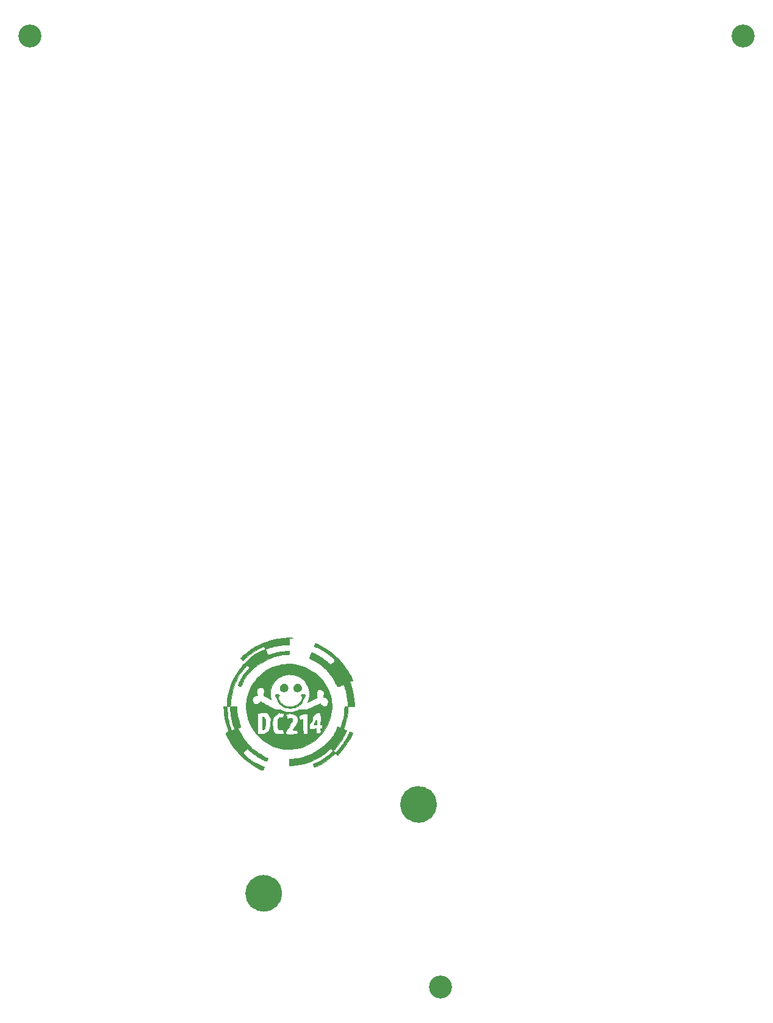
<source format=gts>
G04 #@! TF.GenerationSoftware,KiCad,Pcbnew,7.0.10*
G04 #@! TF.CreationDate,2024-06-20T09:05:48-05:00*
G04 #@! TF.ProjectId,g0dzilla_vs_rear,6730647a-696c-46c6-915f-76735f726561,1*
G04 #@! TF.SameCoordinates,Original*
G04 #@! TF.FileFunction,Soldermask,Top*
G04 #@! TF.FilePolarity,Negative*
%FSLAX46Y46*%
G04 Gerber Fmt 4.6, Leading zero omitted, Abs format (unit mm)*
G04 Created by KiCad (PCBNEW 7.0.10) date 2024-06-20 09:05:48*
%MOMM*%
%LPD*%
G01*
G04 APERTURE LIST*
%ADD10C,2.575000*%
%ADD11C,0.010000*%
%ADD12C,3.200000*%
G04 APERTURE END LIST*
D10*
X118212500Y-165637500D02*
G75*
G03*
X115637500Y-165637500I-1287500J0D01*
G01*
X115637500Y-165637500D02*
G75*
G03*
X118212500Y-165637500I1287500J0D01*
G01*
X96727500Y-177980000D02*
G75*
G03*
X94152500Y-177980000I-1287500J0D01*
G01*
X94152500Y-177980000D02*
G75*
G03*
X96727500Y-177980000I1287500J0D01*
G01*
D11*
X98201503Y-148900441D02*
X98228814Y-148902665D01*
X98385464Y-148935121D01*
X98520664Y-148999236D01*
X98630842Y-149090340D01*
X98712429Y-149203761D01*
X98761854Y-149334828D01*
X98775547Y-149478870D01*
X98759265Y-149596644D01*
X98710782Y-149713680D01*
X98629227Y-149817462D01*
X98523677Y-149898665D01*
X98422283Y-149942848D01*
X98298452Y-149967399D01*
X98165225Y-149974359D01*
X98040212Y-149963640D01*
X97965750Y-149945128D01*
X97869816Y-149891949D01*
X97783143Y-149808617D01*
X97716053Y-149707299D01*
X97680573Y-149609012D01*
X97671246Y-149463964D01*
X97700697Y-149320143D01*
X97765692Y-149183996D01*
X97862999Y-149061969D01*
X97989384Y-148960511D01*
X98012976Y-148946096D01*
X98075454Y-148914010D01*
X98131346Y-148900190D01*
X98201503Y-148900441D01*
G36*
X98201503Y-148900441D02*
G01*
X98228814Y-148902665D01*
X98385464Y-148935121D01*
X98520664Y-148999236D01*
X98630842Y-149090340D01*
X98712429Y-149203761D01*
X98761854Y-149334828D01*
X98775547Y-149478870D01*
X98759265Y-149596644D01*
X98710782Y-149713680D01*
X98629227Y-149817462D01*
X98523677Y-149898665D01*
X98422283Y-149942848D01*
X98298452Y-149967399D01*
X98165225Y-149974359D01*
X98040212Y-149963640D01*
X97965750Y-149945128D01*
X97869816Y-149891949D01*
X97783143Y-149808617D01*
X97716053Y-149707299D01*
X97680573Y-149609012D01*
X97671246Y-149463964D01*
X97700697Y-149320143D01*
X97765692Y-149183996D01*
X97862999Y-149061969D01*
X97989384Y-148960511D01*
X98012976Y-148946096D01*
X98075454Y-148914010D01*
X98131346Y-148900190D01*
X98201503Y-148900441D01*
G37*
X100115915Y-148904011D02*
X100271943Y-148940811D01*
X100407986Y-149009160D01*
X100519598Y-149104445D01*
X100602333Y-149222053D01*
X100651744Y-149357372D01*
X100664293Y-149472962D01*
X100646387Y-149617344D01*
X100593421Y-149739414D01*
X100507318Y-149837465D01*
X100390000Y-149909784D01*
X100243390Y-149954662D01*
X100105874Y-149969673D01*
X100003779Y-149969410D01*
X99917335Y-149961707D01*
X99865222Y-149949660D01*
X99742612Y-149882236D01*
X99650330Y-149786431D01*
X99590401Y-149665346D01*
X99564848Y-149522081D01*
X99564040Y-149488442D01*
X99579071Y-149347805D01*
X99626201Y-149222735D01*
X99709171Y-149105436D01*
X99784430Y-149029360D01*
X99865004Y-148960604D01*
X99931239Y-148919340D01*
X99996064Y-148900679D01*
X100072410Y-148899732D01*
X100115915Y-148904011D01*
G36*
X100115915Y-148904011D02*
G01*
X100271943Y-148940811D01*
X100407986Y-149009160D01*
X100519598Y-149104445D01*
X100602333Y-149222053D01*
X100651744Y-149357372D01*
X100664293Y-149472962D01*
X100646387Y-149617344D01*
X100593421Y-149739414D01*
X100507318Y-149837465D01*
X100390000Y-149909784D01*
X100243390Y-149954662D01*
X100105874Y-149969673D01*
X100003779Y-149969410D01*
X99917335Y-149961707D01*
X99865222Y-149949660D01*
X99742612Y-149882236D01*
X99650330Y-149786431D01*
X99590401Y-149665346D01*
X99564848Y-149522081D01*
X99564040Y-149488442D01*
X99579071Y-149347805D01*
X99626201Y-149222735D01*
X99709171Y-149105436D01*
X99784430Y-149029360D01*
X99865004Y-148960604D01*
X99931239Y-148919340D01*
X99996064Y-148900679D01*
X100072410Y-148899732D01*
X100115915Y-148904011D01*
G37*
X102720882Y-153952415D02*
X102745743Y-153996342D01*
X102753845Y-154014208D01*
X102771056Y-154078372D01*
X102783269Y-154170281D01*
X102789860Y-154275576D01*
X102790204Y-154379894D01*
X102783677Y-154468874D01*
X102775471Y-154511625D01*
X102768101Y-154537105D01*
X102757907Y-154553733D01*
X102737334Y-154562727D01*
X102698826Y-154565306D01*
X102634830Y-154562687D01*
X102537788Y-154556090D01*
X102511291Y-154554228D01*
X102449195Y-154546471D01*
X102408862Y-154534883D01*
X102400166Y-154526594D01*
X102409247Y-154498755D01*
X102433797Y-154443051D01*
X102469775Y-154367388D01*
X102513141Y-154279676D01*
X102559854Y-154187821D01*
X102605875Y-154099732D01*
X102647162Y-154023318D01*
X102679676Y-153966486D01*
X102699375Y-153937145D01*
X102702508Y-153934833D01*
X102720882Y-153952415D01*
G36*
X102720882Y-153952415D02*
G01*
X102745743Y-153996342D01*
X102753845Y-154014208D01*
X102771056Y-154078372D01*
X102783269Y-154170281D01*
X102789860Y-154275576D01*
X102790204Y-154379894D01*
X102783677Y-154468874D01*
X102775471Y-154511625D01*
X102768101Y-154537105D01*
X102757907Y-154553733D01*
X102737334Y-154562727D01*
X102698826Y-154565306D01*
X102634830Y-154562687D01*
X102537788Y-154556090D01*
X102511291Y-154554228D01*
X102449195Y-154546471D01*
X102408862Y-154534883D01*
X102400166Y-154526594D01*
X102409247Y-154498755D01*
X102433797Y-154443051D01*
X102469775Y-154367388D01*
X102513141Y-154279676D01*
X102559854Y-154187821D01*
X102605875Y-154099732D01*
X102647162Y-154023318D01*
X102679676Y-153966486D01*
X102699375Y-153937145D01*
X102702508Y-153934833D01*
X102720882Y-153952415D01*
G37*
X95385980Y-153495380D02*
X95431724Y-153514814D01*
X95473447Y-153555074D01*
X95518125Y-153622599D01*
X95564104Y-153707145D01*
X95633929Y-153869769D01*
X95675498Y-154038498D01*
X95689328Y-154220122D01*
X95675936Y-154421430D01*
X95635858Y-154649130D01*
X95612305Y-154762055D01*
X95590839Y-154874595D01*
X95574147Y-154972121D01*
X95566085Y-155029070D01*
X95544908Y-155134488D01*
X95508056Y-155204744D01*
X95451875Y-155245266D01*
X95412971Y-155256550D01*
X95344715Y-155269719D01*
X95284988Y-155281296D01*
X95240201Y-155286627D01*
X95227245Y-155275941D01*
X95230629Y-155262158D01*
X95246470Y-155198936D01*
X95260213Y-155102183D01*
X95271300Y-154980671D01*
X95279174Y-154843174D01*
X95283279Y-154698466D01*
X95283056Y-154555319D01*
X95280646Y-154474583D01*
X95274501Y-154328849D01*
X95267440Y-154160708D01*
X95260299Y-153990052D01*
X95253910Y-153836771D01*
X95253367Y-153823708D01*
X95239518Y-153490333D01*
X95329241Y-153490333D01*
X95385980Y-153495380D01*
G36*
X95385980Y-153495380D02*
G01*
X95431724Y-153514814D01*
X95473447Y-153555074D01*
X95518125Y-153622599D01*
X95564104Y-153707145D01*
X95633929Y-153869769D01*
X95675498Y-154038498D01*
X95689328Y-154220122D01*
X95675936Y-154421430D01*
X95635858Y-154649130D01*
X95612305Y-154762055D01*
X95590839Y-154874595D01*
X95574147Y-154972121D01*
X95566085Y-155029070D01*
X95544908Y-155134488D01*
X95508056Y-155204744D01*
X95451875Y-155245266D01*
X95412971Y-155256550D01*
X95344715Y-155269719D01*
X95284988Y-155281296D01*
X95240201Y-155286627D01*
X95227245Y-155275941D01*
X95230629Y-155262158D01*
X95246470Y-155198936D01*
X95260213Y-155102183D01*
X95271300Y-154980671D01*
X95279174Y-154843174D01*
X95283279Y-154698466D01*
X95283056Y-154555319D01*
X95280646Y-154474583D01*
X95274501Y-154328849D01*
X95267440Y-154160708D01*
X95260299Y-153990052D01*
X95253910Y-153836771D01*
X95253367Y-153823708D01*
X95239518Y-153490333D01*
X95329241Y-153490333D01*
X95385980Y-153495380D01*
G37*
X100968270Y-150331379D02*
X101047463Y-150361434D01*
X101063781Y-150368659D01*
X101135248Y-150403296D01*
X101175056Y-150431089D01*
X101191526Y-150459118D01*
X101193666Y-150479210D01*
X101180294Y-150529380D01*
X101147334Y-150585982D01*
X101139462Y-150595890D01*
X101077367Y-150685494D01*
X101009244Y-150814144D01*
X100934618Y-150982808D01*
X100875021Y-151133704D01*
X100832481Y-151241150D01*
X100786926Y-151348662D01*
X100744779Y-151441419D01*
X100720940Y-151489264D01*
X100603739Y-151665465D01*
X100450114Y-151823377D01*
X100262608Y-151961258D01*
X100043762Y-152077365D01*
X99796119Y-152169958D01*
X99680250Y-152202405D01*
X99567801Y-152223717D01*
X99425064Y-152240024D01*
X99263828Y-152250977D01*
X99095881Y-152256226D01*
X98933011Y-152255422D01*
X98787007Y-152248216D01*
X98669659Y-152234259D01*
X98660660Y-152232613D01*
X98401669Y-152167356D01*
X98162207Y-152074898D01*
X97946620Y-151957828D01*
X97759252Y-151818736D01*
X97604451Y-151660212D01*
X97530475Y-151559114D01*
X97496033Y-151499045D01*
X97450134Y-151409008D01*
X97397231Y-151298265D01*
X97341776Y-151176078D01*
X97300015Y-151079730D01*
X97247024Y-150957390D01*
X97194736Y-150841469D01*
X97147180Y-150740553D01*
X97108385Y-150663231D01*
X97086074Y-150623673D01*
X97047289Y-150560265D01*
X97029041Y-150518423D01*
X97028591Y-150484352D01*
X97043201Y-150444256D01*
X97048237Y-150433098D01*
X97068797Y-150401364D01*
X97102354Y-150379605D01*
X97158870Y-150363527D01*
X97241417Y-150349813D01*
X97309372Y-150347713D01*
X97389636Y-150355958D01*
X97468318Y-150371798D01*
X97531526Y-150392483D01*
X97564301Y-150413732D01*
X97594368Y-150479580D01*
X97582493Y-150542949D01*
X97528509Y-150604461D01*
X97508762Y-150619375D01*
X97457915Y-150657973D01*
X97434715Y-150689147D01*
X97431438Y-150728734D01*
X97436496Y-150767541D01*
X97493608Y-151004722D01*
X97589305Y-151224843D01*
X97722704Y-151426148D01*
X97828161Y-151545013D01*
X98018532Y-151707986D01*
X98236089Y-151840123D01*
X98477220Y-151939633D01*
X98738317Y-152004727D01*
X98764433Y-152009121D01*
X98878996Y-152021214D01*
X99018358Y-152026206D01*
X99169856Y-152024566D01*
X99320825Y-152016761D01*
X99458601Y-152003260D01*
X99570520Y-151984531D01*
X99595583Y-151978391D01*
X99850445Y-151891915D01*
X100080608Y-151777563D01*
X100282747Y-151637634D01*
X100453538Y-151474429D01*
X100589385Y-151290698D01*
X100647515Y-151178147D01*
X100702597Y-151042024D01*
X100747994Y-150900934D01*
X100777070Y-150773487D01*
X100779476Y-150757684D01*
X100785293Y-150711332D01*
X100783333Y-150677717D01*
X100767849Y-150648539D01*
X100733096Y-150615500D01*
X100673325Y-150570299D01*
X100625981Y-150536000D01*
X100629795Y-150515850D01*
X100648775Y-150473490D01*
X100675636Y-150422597D01*
X100703090Y-150376850D01*
X100723851Y-150349927D01*
X100725942Y-150348355D01*
X100757644Y-150338225D01*
X100814118Y-150327128D01*
X100839776Y-150323271D01*
X100904770Y-150319819D01*
X100968270Y-150331379D01*
G36*
X100968270Y-150331379D02*
G01*
X101047463Y-150361434D01*
X101063781Y-150368659D01*
X101135248Y-150403296D01*
X101175056Y-150431089D01*
X101191526Y-150459118D01*
X101193666Y-150479210D01*
X101180294Y-150529380D01*
X101147334Y-150585982D01*
X101139462Y-150595890D01*
X101077367Y-150685494D01*
X101009244Y-150814144D01*
X100934618Y-150982808D01*
X100875021Y-151133704D01*
X100832481Y-151241150D01*
X100786926Y-151348662D01*
X100744779Y-151441419D01*
X100720940Y-151489264D01*
X100603739Y-151665465D01*
X100450114Y-151823377D01*
X100262608Y-151961258D01*
X100043762Y-152077365D01*
X99796119Y-152169958D01*
X99680250Y-152202405D01*
X99567801Y-152223717D01*
X99425064Y-152240024D01*
X99263828Y-152250977D01*
X99095881Y-152256226D01*
X98933011Y-152255422D01*
X98787007Y-152248216D01*
X98669659Y-152234259D01*
X98660660Y-152232613D01*
X98401669Y-152167356D01*
X98162207Y-152074898D01*
X97946620Y-151957828D01*
X97759252Y-151818736D01*
X97604451Y-151660212D01*
X97530475Y-151559114D01*
X97496033Y-151499045D01*
X97450134Y-151409008D01*
X97397231Y-151298265D01*
X97341776Y-151176078D01*
X97300015Y-151079730D01*
X97247024Y-150957390D01*
X97194736Y-150841469D01*
X97147180Y-150740553D01*
X97108385Y-150663231D01*
X97086074Y-150623673D01*
X97047289Y-150560265D01*
X97029041Y-150518423D01*
X97028591Y-150484352D01*
X97043201Y-150444256D01*
X97048237Y-150433098D01*
X97068797Y-150401364D01*
X97102354Y-150379605D01*
X97158870Y-150363527D01*
X97241417Y-150349813D01*
X97309372Y-150347713D01*
X97389636Y-150355958D01*
X97468318Y-150371798D01*
X97531526Y-150392483D01*
X97564301Y-150413732D01*
X97594368Y-150479580D01*
X97582493Y-150542949D01*
X97528509Y-150604461D01*
X97508762Y-150619375D01*
X97457915Y-150657973D01*
X97434715Y-150689147D01*
X97431438Y-150728734D01*
X97436496Y-150767541D01*
X97493608Y-151004722D01*
X97589305Y-151224843D01*
X97722704Y-151426148D01*
X97828161Y-151545013D01*
X98018532Y-151707986D01*
X98236089Y-151840123D01*
X98477220Y-151939633D01*
X98738317Y-152004727D01*
X98764433Y-152009121D01*
X98878996Y-152021214D01*
X99018358Y-152026206D01*
X99169856Y-152024566D01*
X99320825Y-152016761D01*
X99458601Y-152003260D01*
X99570520Y-151984531D01*
X99595583Y-151978391D01*
X99850445Y-151891915D01*
X100080608Y-151777563D01*
X100282747Y-151637634D01*
X100453538Y-151474429D01*
X100589385Y-151290698D01*
X100647515Y-151178147D01*
X100702597Y-151042024D01*
X100747994Y-150900934D01*
X100777070Y-150773487D01*
X100779476Y-150757684D01*
X100785293Y-150711332D01*
X100783333Y-150677717D01*
X100767849Y-150648539D01*
X100733096Y-150615500D01*
X100673325Y-150570299D01*
X100625981Y-150536000D01*
X100629795Y-150515850D01*
X100648775Y-150473490D01*
X100675636Y-150422597D01*
X100703090Y-150376850D01*
X100723851Y-150349927D01*
X100725942Y-150348355D01*
X100757644Y-150338225D01*
X100814118Y-150327128D01*
X100839776Y-150323271D01*
X100904770Y-150319819D01*
X100968270Y-150331379D01*
G37*
X102661536Y-143286290D02*
X102745816Y-143310616D01*
X102845690Y-143346261D01*
X102953594Y-143390978D01*
X102977303Y-143401647D01*
X103043487Y-143434582D01*
X103137262Y-143484954D01*
X103250156Y-143548022D01*
X103373699Y-143619048D01*
X103499421Y-143693292D01*
X103511416Y-143700488D01*
X103835841Y-143898554D01*
X104127349Y-144083744D01*
X104391687Y-144260425D01*
X104634599Y-144432962D01*
X104861834Y-144605720D01*
X105079135Y-144783067D01*
X105292251Y-144969367D01*
X105506927Y-145168987D01*
X105724824Y-145382207D01*
X105890175Y-145550021D01*
X106039349Y-145707550D01*
X106177088Y-145860739D01*
X106308136Y-146015532D01*
X106437237Y-146177874D01*
X106569132Y-146353708D01*
X106708566Y-146548980D01*
X106860282Y-146769633D01*
X107009474Y-146992167D01*
X107164174Y-147227068D01*
X107295654Y-147431778D01*
X107405899Y-147610114D01*
X107496897Y-147765894D01*
X107570633Y-147902937D01*
X107629095Y-148025060D01*
X107674269Y-148136082D01*
X107708141Y-148239821D01*
X107732698Y-148340096D01*
X107744577Y-148405042D01*
X107759054Y-148495000D01*
X107686269Y-148495000D01*
X107569290Y-148511995D01*
X107453947Y-148558010D01*
X107413263Y-148583000D01*
X107356944Y-148622193D01*
X107415799Y-148775555D01*
X107617145Y-149355831D01*
X107778039Y-149942876D01*
X107899103Y-150539709D01*
X107980956Y-151149350D01*
X108022338Y-151728208D01*
X108036992Y-152072167D01*
X107126916Y-152072167D01*
X107113768Y-152437292D01*
X107100141Y-152697490D01*
X107077587Y-152950565D01*
X107044887Y-153202543D01*
X107000820Y-153459453D01*
X106944167Y-153727323D01*
X106873707Y-154012179D01*
X106788221Y-154320051D01*
X106686489Y-154656966D01*
X106625619Y-154849204D01*
X106512166Y-155202658D01*
X106705124Y-155279521D01*
X106789295Y-155313954D01*
X106858535Y-155343967D01*
X106903397Y-155365375D01*
X106914667Y-155372334D01*
X106911295Y-155396123D01*
X106890264Y-155451799D01*
X106854182Y-155534083D01*
X106805658Y-155637697D01*
X106747301Y-155757361D01*
X106681719Y-155887796D01*
X106611520Y-156023724D01*
X106539314Y-156159865D01*
X106467708Y-156290941D01*
X106411714Y-156390167D01*
X106215565Y-156720248D01*
X106024849Y-157016620D01*
X105834373Y-157286551D01*
X105638944Y-157537309D01*
X105433370Y-157776163D01*
X105379375Y-157835311D01*
X105291206Y-157931607D01*
X105213771Y-158017711D01*
X105151383Y-158088701D01*
X105108351Y-158139657D01*
X105088989Y-158165657D01*
X105088333Y-158167509D01*
X105102966Y-158189137D01*
X105141097Y-158230197D01*
X105194073Y-158282579D01*
X105253241Y-158338174D01*
X105309948Y-158388873D01*
X105355542Y-158426567D01*
X105381370Y-158443147D01*
X105382652Y-158443333D01*
X105404394Y-158427309D01*
X105449158Y-158381743D01*
X105513828Y-158310393D01*
X105595289Y-158217019D01*
X105690426Y-158105380D01*
X105796122Y-157979234D01*
X105909263Y-157842341D01*
X106026733Y-157698460D01*
X106145417Y-157551349D01*
X106262198Y-157404767D01*
X106373963Y-157262474D01*
X106477596Y-157128228D01*
X106531707Y-157056917D01*
X106765268Y-156727314D01*
X106959140Y-156411284D01*
X107113575Y-156108373D01*
X107228827Y-155818126D01*
X107239135Y-155786917D01*
X107269209Y-155694807D01*
X107294491Y-155618987D01*
X107312218Y-155567629D01*
X107319524Y-155548967D01*
X107342788Y-155550547D01*
X107395206Y-155563461D01*
X107466250Y-155584293D01*
X107545394Y-155609625D01*
X107622112Y-155636040D01*
X107685878Y-155660120D01*
X107726164Y-155678449D01*
X107733202Y-155683265D01*
X107745720Y-155700024D01*
X107750425Y-155723274D01*
X107745651Y-155757553D01*
X107729730Y-155807402D01*
X107700999Y-155877360D01*
X107657789Y-155971966D01*
X107598436Y-156095761D01*
X107532037Y-156231417D01*
X107431419Y-156429619D01*
X107328656Y-156618246D01*
X107220042Y-156802889D01*
X107101873Y-156989139D01*
X106970443Y-157182588D01*
X106822048Y-157388827D01*
X106652982Y-157613448D01*
X106459540Y-157862041D01*
X106409980Y-157924750D01*
X106304521Y-158058197D01*
X106197190Y-158194631D01*
X106094038Y-158326319D01*
X106001111Y-158445528D01*
X105924458Y-158544524D01*
X105885269Y-158595626D01*
X105820540Y-158678968D01*
X105764096Y-158748670D01*
X105721185Y-158798464D01*
X105697055Y-158822088D01*
X105694636Y-158823167D01*
X105672506Y-158810048D01*
X105627180Y-158773721D01*
X105566002Y-158720294D01*
X105517866Y-158676167D01*
X105450086Y-158614323D01*
X105393213Y-158565138D01*
X105354545Y-158534768D01*
X105342236Y-158528000D01*
X105322541Y-158541888D01*
X105276789Y-158580788D01*
X105209613Y-158640550D01*
X105125646Y-158717027D01*
X105029521Y-158806070D01*
X104981768Y-158850792D01*
X104727850Y-159079986D01*
X104462835Y-159301627D01*
X104191461Y-159512554D01*
X103918463Y-159709607D01*
X103648578Y-159889627D01*
X103386540Y-160049453D01*
X103137086Y-160185925D01*
X102904953Y-160295883D01*
X102696500Y-160375636D01*
X102581062Y-160412465D01*
X102499205Y-160435675D01*
X102444732Y-160446127D01*
X102411444Y-160444686D01*
X102393144Y-160432214D01*
X102386423Y-160418810D01*
X102371291Y-160379151D01*
X102345956Y-160315602D01*
X102321761Y-160256210D01*
X102295388Y-160179549D01*
X102279537Y-160108529D01*
X102277278Y-160068610D01*
X102282988Y-160038001D01*
X102297985Y-160014646D01*
X102330024Y-159993363D01*
X102386860Y-159968969D01*
X102474250Y-159936995D01*
X102716669Y-159839670D01*
X102979706Y-159714256D01*
X103256525Y-159564888D01*
X103540289Y-159395701D01*
X103824161Y-159210828D01*
X104101303Y-159014405D01*
X104364880Y-158810567D01*
X104442625Y-158746635D01*
X104547429Y-158656308D01*
X104651944Y-158561200D01*
X104751292Y-158466285D01*
X104840594Y-158376538D01*
X104914970Y-158296935D01*
X104969540Y-158232449D01*
X104999427Y-158188056D01*
X105003594Y-158174665D01*
X104989959Y-158148176D01*
X104954564Y-158101837D01*
X104905790Y-158044838D01*
X104852016Y-157986367D01*
X104801623Y-157935613D01*
X104762992Y-157901764D01*
X104746712Y-157893000D01*
X104725910Y-157905824D01*
X104676523Y-157942107D01*
X104602782Y-157998562D01*
X104508915Y-158071903D01*
X104399154Y-158158843D01*
X104277728Y-158256097D01*
X104235842Y-158289875D01*
X104093706Y-158403195D01*
X103945369Y-158518804D01*
X103798678Y-158630773D01*
X103661483Y-158733171D01*
X103541632Y-158820067D01*
X103451604Y-158882448D01*
X102970544Y-159182897D01*
X102485164Y-159443617D01*
X101992185Y-159665667D01*
X101488330Y-159850107D01*
X100970319Y-159997999D01*
X100434875Y-160110403D01*
X99878720Y-160188378D01*
X99298574Y-160232986D01*
X99272791Y-160234183D01*
X98950000Y-160248778D01*
X98950000Y-159311167D01*
X99114041Y-159310877D01*
X99452591Y-159297942D01*
X99814763Y-159261385D01*
X100190228Y-159202873D01*
X100568659Y-159124071D01*
X100939724Y-159026643D01*
X101013750Y-159004581D01*
X101504477Y-158835793D01*
X101986276Y-158631882D01*
X102455513Y-158395426D01*
X102908551Y-158129002D01*
X103341755Y-157835185D01*
X103751488Y-157516554D01*
X104134115Y-157175684D01*
X104486000Y-156815153D01*
X104803508Y-156437537D01*
X104986299Y-156189083D01*
X105121067Y-155982798D01*
X105250317Y-155761132D01*
X105368886Y-155534270D01*
X105471613Y-155312398D01*
X105553336Y-155105704D01*
X105586987Y-155003750D01*
X105609037Y-154934779D01*
X105627884Y-154882727D01*
X105638071Y-154861183D01*
X105649874Y-154856839D01*
X105676043Y-154860726D01*
X105721966Y-154874595D01*
X105793029Y-154900195D01*
X105894619Y-154939276D01*
X105970875Y-154969293D01*
X106080833Y-155012796D01*
X106270916Y-154436773D01*
X106357229Y-154167727D01*
X106428179Y-153927511D01*
X106485652Y-153706296D01*
X106531530Y-153494251D01*
X106567699Y-153281545D01*
X106596041Y-153058349D01*
X106618441Y-152814831D01*
X106636783Y-152541161D01*
X106637888Y-152521958D01*
X106663537Y-152072167D01*
X107105455Y-152072167D01*
X107091190Y-151748850D01*
X107085667Y-151632047D01*
X107080005Y-151526777D01*
X107074733Y-151441931D01*
X107070380Y-151386399D01*
X107068832Y-151373141D01*
X107062538Y-151324526D01*
X107054365Y-151251168D01*
X107047480Y-151183167D01*
X107030609Y-151033631D01*
X107006493Y-150855006D01*
X106977041Y-150659533D01*
X106944159Y-150459457D01*
X106909751Y-150267018D01*
X106884946Y-150139283D01*
X106831049Y-149894473D01*
X106772564Y-149668376D01*
X106711019Y-149465573D01*
X106647942Y-149290640D01*
X106584860Y-149148157D01*
X106523301Y-149042702D01*
X106515400Y-149031831D01*
X106465632Y-148965412D01*
X106304871Y-149049651D01*
X106185430Y-149107643D01*
X106055232Y-149163266D01*
X105926828Y-149211722D01*
X105812767Y-149248213D01*
X105740040Y-149265608D01*
X105689429Y-149271504D01*
X105656847Y-149260278D01*
X105626186Y-149223722D01*
X105610486Y-149199595D01*
X105587615Y-149160369D01*
X105548210Y-149089180D01*
X105495281Y-148991616D01*
X105431837Y-148873266D01*
X105360888Y-148739719D01*
X105285442Y-148596564D01*
X105271027Y-148569083D01*
X105120436Y-148290577D01*
X104975909Y-148043610D01*
X104830988Y-147819403D01*
X104679217Y-147609179D01*
X104514138Y-147404158D01*
X104329295Y-147195563D01*
X104118232Y-146974616D01*
X104040864Y-146896635D01*
X103719020Y-146591472D01*
X103391343Y-146313100D01*
X103061325Y-146063898D01*
X102732459Y-145846243D01*
X102408234Y-145662517D01*
X102092143Y-145515097D01*
X101913333Y-145446965D01*
X101827875Y-145414278D01*
X101767148Y-145384994D01*
X101738055Y-145362607D01*
X101736553Y-145357486D01*
X101745559Y-145329040D01*
X101768121Y-145269455D01*
X101801212Y-145185997D01*
X101841807Y-145085935D01*
X101886878Y-144976533D01*
X101933399Y-144865059D01*
X101978343Y-144758779D01*
X102018684Y-144664959D01*
X102051395Y-144590865D01*
X102073450Y-144543765D01*
X102080880Y-144530795D01*
X102104504Y-144534323D01*
X102160085Y-144555440D01*
X102242368Y-144591546D01*
X102346097Y-144640044D01*
X102466021Y-144698334D01*
X102596883Y-144763818D01*
X102733430Y-144833898D01*
X102870408Y-144905975D01*
X103002563Y-144977450D01*
X103124639Y-145045725D01*
X103141000Y-145055095D01*
X103393414Y-145205660D01*
X103623595Y-145355642D01*
X103843172Y-145513439D01*
X104063774Y-145687449D01*
X104297031Y-145886070D01*
X104321235Y-145907375D01*
X104429474Y-146002406D01*
X104527325Y-146087373D01*
X104610311Y-146158466D01*
X104673956Y-146211876D01*
X104713785Y-146243793D01*
X104725312Y-146251333D01*
X104744868Y-146236978D01*
X104788095Y-146197669D01*
X104849399Y-146139043D01*
X104923187Y-146066733D01*
X105003865Y-145986375D01*
X105085839Y-145903605D01*
X105163516Y-145824057D01*
X105231302Y-145753368D01*
X105283602Y-145697171D01*
X105314824Y-145661103D01*
X105321166Y-145651062D01*
X105306422Y-145622040D01*
X105265807Y-145570258D01*
X105204753Y-145501459D01*
X105128688Y-145421388D01*
X105043042Y-145335788D01*
X104953245Y-145250404D01*
X104879705Y-145184037D01*
X104576259Y-144929218D01*
X104264764Y-144689385D01*
X103950203Y-144467672D01*
X103637560Y-144267212D01*
X103331818Y-144091136D01*
X103037960Y-143942578D01*
X102760970Y-143824671D01*
X102658248Y-143787554D01*
X102558175Y-143751265D01*
X102482845Y-143719616D01*
X102437860Y-143695167D01*
X102427602Y-143682126D01*
X102437741Y-143652341D01*
X102457428Y-143592962D01*
X102483134Y-143514658D01*
X102494940Y-143478500D01*
X102522902Y-143396160D01*
X102547731Y-143329183D01*
X102565515Y-143287879D01*
X102570012Y-143280591D01*
X102600413Y-143275533D01*
X102661536Y-143286290D01*
G36*
X102661536Y-143286290D02*
G01*
X102745816Y-143310616D01*
X102845690Y-143346261D01*
X102953594Y-143390978D01*
X102977303Y-143401647D01*
X103043487Y-143434582D01*
X103137262Y-143484954D01*
X103250156Y-143548022D01*
X103373699Y-143619048D01*
X103499421Y-143693292D01*
X103511416Y-143700488D01*
X103835841Y-143898554D01*
X104127349Y-144083744D01*
X104391687Y-144260425D01*
X104634599Y-144432962D01*
X104861834Y-144605720D01*
X105079135Y-144783067D01*
X105292251Y-144969367D01*
X105506927Y-145168987D01*
X105724824Y-145382207D01*
X105890175Y-145550021D01*
X106039349Y-145707550D01*
X106177088Y-145860739D01*
X106308136Y-146015532D01*
X106437237Y-146177874D01*
X106569132Y-146353708D01*
X106708566Y-146548980D01*
X106860282Y-146769633D01*
X107009474Y-146992167D01*
X107164174Y-147227068D01*
X107295654Y-147431778D01*
X107405899Y-147610114D01*
X107496897Y-147765894D01*
X107570633Y-147902937D01*
X107629095Y-148025060D01*
X107674269Y-148136082D01*
X107708141Y-148239821D01*
X107732698Y-148340096D01*
X107744577Y-148405042D01*
X107759054Y-148495000D01*
X107686269Y-148495000D01*
X107569290Y-148511995D01*
X107453947Y-148558010D01*
X107413263Y-148583000D01*
X107356944Y-148622193D01*
X107415799Y-148775555D01*
X107617145Y-149355831D01*
X107778039Y-149942876D01*
X107899103Y-150539709D01*
X107980956Y-151149350D01*
X108022338Y-151728208D01*
X108036992Y-152072167D01*
X107126916Y-152072167D01*
X107113768Y-152437292D01*
X107100141Y-152697490D01*
X107077587Y-152950565D01*
X107044887Y-153202543D01*
X107000820Y-153459453D01*
X106944167Y-153727323D01*
X106873707Y-154012179D01*
X106788221Y-154320051D01*
X106686489Y-154656966D01*
X106625619Y-154849204D01*
X106512166Y-155202658D01*
X106705124Y-155279521D01*
X106789295Y-155313954D01*
X106858535Y-155343967D01*
X106903397Y-155365375D01*
X106914667Y-155372334D01*
X106911295Y-155396123D01*
X106890264Y-155451799D01*
X106854182Y-155534083D01*
X106805658Y-155637697D01*
X106747301Y-155757361D01*
X106681719Y-155887796D01*
X106611520Y-156023724D01*
X106539314Y-156159865D01*
X106467708Y-156290941D01*
X106411714Y-156390167D01*
X106215565Y-156720248D01*
X106024849Y-157016620D01*
X105834373Y-157286551D01*
X105638944Y-157537309D01*
X105433370Y-157776163D01*
X105379375Y-157835311D01*
X105291206Y-157931607D01*
X105213771Y-158017711D01*
X105151383Y-158088701D01*
X105108351Y-158139657D01*
X105088989Y-158165657D01*
X105088333Y-158167509D01*
X105102966Y-158189137D01*
X105141097Y-158230197D01*
X105194073Y-158282579D01*
X105253241Y-158338174D01*
X105309948Y-158388873D01*
X105355542Y-158426567D01*
X105381370Y-158443147D01*
X105382652Y-158443333D01*
X105404394Y-158427309D01*
X105449158Y-158381743D01*
X105513828Y-158310393D01*
X105595289Y-158217019D01*
X105690426Y-158105380D01*
X105796122Y-157979234D01*
X105909263Y-157842341D01*
X106026733Y-157698460D01*
X106145417Y-157551349D01*
X106262198Y-157404767D01*
X106373963Y-157262474D01*
X106477596Y-157128228D01*
X106531707Y-157056917D01*
X106765268Y-156727314D01*
X106959140Y-156411284D01*
X107113575Y-156108373D01*
X107228827Y-155818126D01*
X107239135Y-155786917D01*
X107269209Y-155694807D01*
X107294491Y-155618987D01*
X107312218Y-155567629D01*
X107319524Y-155548967D01*
X107342788Y-155550547D01*
X107395206Y-155563461D01*
X107466250Y-155584293D01*
X107545394Y-155609625D01*
X107622112Y-155636040D01*
X107685878Y-155660120D01*
X107726164Y-155678449D01*
X107733202Y-155683265D01*
X107745720Y-155700024D01*
X107750425Y-155723274D01*
X107745651Y-155757553D01*
X107729730Y-155807402D01*
X107700999Y-155877360D01*
X107657789Y-155971966D01*
X107598436Y-156095761D01*
X107532037Y-156231417D01*
X107431419Y-156429619D01*
X107328656Y-156618246D01*
X107220042Y-156802889D01*
X107101873Y-156989139D01*
X106970443Y-157182588D01*
X106822048Y-157388827D01*
X106652982Y-157613448D01*
X106459540Y-157862041D01*
X106409980Y-157924750D01*
X106304521Y-158058197D01*
X106197190Y-158194631D01*
X106094038Y-158326319D01*
X106001111Y-158445528D01*
X105924458Y-158544524D01*
X105885269Y-158595626D01*
X105820540Y-158678968D01*
X105764096Y-158748670D01*
X105721185Y-158798464D01*
X105697055Y-158822088D01*
X105694636Y-158823167D01*
X105672506Y-158810048D01*
X105627180Y-158773721D01*
X105566002Y-158720294D01*
X105517866Y-158676167D01*
X105450086Y-158614323D01*
X105393213Y-158565138D01*
X105354545Y-158534768D01*
X105342236Y-158528000D01*
X105322541Y-158541888D01*
X105276789Y-158580788D01*
X105209613Y-158640550D01*
X105125646Y-158717027D01*
X105029521Y-158806070D01*
X104981768Y-158850792D01*
X104727850Y-159079986D01*
X104462835Y-159301627D01*
X104191461Y-159512554D01*
X103918463Y-159709607D01*
X103648578Y-159889627D01*
X103386540Y-160049453D01*
X103137086Y-160185925D01*
X102904953Y-160295883D01*
X102696500Y-160375636D01*
X102581062Y-160412465D01*
X102499205Y-160435675D01*
X102444732Y-160446127D01*
X102411444Y-160444686D01*
X102393144Y-160432214D01*
X102386423Y-160418810D01*
X102371291Y-160379151D01*
X102345956Y-160315602D01*
X102321761Y-160256210D01*
X102295388Y-160179549D01*
X102279537Y-160108529D01*
X102277278Y-160068610D01*
X102282988Y-160038001D01*
X102297985Y-160014646D01*
X102330024Y-159993363D01*
X102386860Y-159968969D01*
X102474250Y-159936995D01*
X102716669Y-159839670D01*
X102979706Y-159714256D01*
X103256525Y-159564888D01*
X103540289Y-159395701D01*
X103824161Y-159210828D01*
X104101303Y-159014405D01*
X104364880Y-158810567D01*
X104442625Y-158746635D01*
X104547429Y-158656308D01*
X104651944Y-158561200D01*
X104751292Y-158466285D01*
X104840594Y-158376538D01*
X104914970Y-158296935D01*
X104969540Y-158232449D01*
X104999427Y-158188056D01*
X105003594Y-158174665D01*
X104989959Y-158148176D01*
X104954564Y-158101837D01*
X104905790Y-158044838D01*
X104852016Y-157986367D01*
X104801623Y-157935613D01*
X104762992Y-157901764D01*
X104746712Y-157893000D01*
X104725910Y-157905824D01*
X104676523Y-157942107D01*
X104602782Y-157998562D01*
X104508915Y-158071903D01*
X104399154Y-158158843D01*
X104277728Y-158256097D01*
X104235842Y-158289875D01*
X104093706Y-158403195D01*
X103945369Y-158518804D01*
X103798678Y-158630773D01*
X103661483Y-158733171D01*
X103541632Y-158820067D01*
X103451604Y-158882448D01*
X102970544Y-159182897D01*
X102485164Y-159443617D01*
X101992185Y-159665667D01*
X101488330Y-159850107D01*
X100970319Y-159997999D01*
X100434875Y-160110403D01*
X99878720Y-160188378D01*
X99298574Y-160232986D01*
X99272791Y-160234183D01*
X98950000Y-160248778D01*
X98950000Y-159311167D01*
X99114041Y-159310877D01*
X99452591Y-159297942D01*
X99814763Y-159261385D01*
X100190228Y-159202873D01*
X100568659Y-159124071D01*
X100939724Y-159026643D01*
X101013750Y-159004581D01*
X101504477Y-158835793D01*
X101986276Y-158631882D01*
X102455513Y-158395426D01*
X102908551Y-158129002D01*
X103341755Y-157835185D01*
X103751488Y-157516554D01*
X104134115Y-157175684D01*
X104486000Y-156815153D01*
X104803508Y-156437537D01*
X104986299Y-156189083D01*
X105121067Y-155982798D01*
X105250317Y-155761132D01*
X105368886Y-155534270D01*
X105471613Y-155312398D01*
X105553336Y-155105704D01*
X105586987Y-155003750D01*
X105609037Y-154934779D01*
X105627884Y-154882727D01*
X105638071Y-154861183D01*
X105649874Y-154856839D01*
X105676043Y-154860726D01*
X105721966Y-154874595D01*
X105793029Y-154900195D01*
X105894619Y-154939276D01*
X105970875Y-154969293D01*
X106080833Y-155012796D01*
X106270916Y-154436773D01*
X106357229Y-154167727D01*
X106428179Y-153927511D01*
X106485652Y-153706296D01*
X106531530Y-153494251D01*
X106567699Y-153281545D01*
X106596041Y-153058349D01*
X106618441Y-152814831D01*
X106636783Y-152541161D01*
X106637888Y-152521958D01*
X106663537Y-152072167D01*
X107105455Y-152072167D01*
X107091190Y-151748850D01*
X107085667Y-151632047D01*
X107080005Y-151526777D01*
X107074733Y-151441931D01*
X107070380Y-151386399D01*
X107068832Y-151373141D01*
X107062538Y-151324526D01*
X107054365Y-151251168D01*
X107047480Y-151183167D01*
X107030609Y-151033631D01*
X107006493Y-150855006D01*
X106977041Y-150659533D01*
X106944159Y-150459457D01*
X106909751Y-150267018D01*
X106884946Y-150139283D01*
X106831049Y-149894473D01*
X106772564Y-149668376D01*
X106711019Y-149465573D01*
X106647942Y-149290640D01*
X106584860Y-149148157D01*
X106523301Y-149042702D01*
X106515400Y-149031831D01*
X106465632Y-148965412D01*
X106304871Y-149049651D01*
X106185430Y-149107643D01*
X106055232Y-149163266D01*
X105926828Y-149211722D01*
X105812767Y-149248213D01*
X105740040Y-149265608D01*
X105689429Y-149271504D01*
X105656847Y-149260278D01*
X105626186Y-149223722D01*
X105610486Y-149199595D01*
X105587615Y-149160369D01*
X105548210Y-149089180D01*
X105495281Y-148991616D01*
X105431837Y-148873266D01*
X105360888Y-148739719D01*
X105285442Y-148596564D01*
X105271027Y-148569083D01*
X105120436Y-148290577D01*
X104975909Y-148043610D01*
X104830988Y-147819403D01*
X104679217Y-147609179D01*
X104514138Y-147404158D01*
X104329295Y-147195563D01*
X104118232Y-146974616D01*
X104040864Y-146896635D01*
X103719020Y-146591472D01*
X103391343Y-146313100D01*
X103061325Y-146063898D01*
X102732459Y-145846243D01*
X102408234Y-145662517D01*
X102092143Y-145515097D01*
X101913333Y-145446965D01*
X101827875Y-145414278D01*
X101767148Y-145384994D01*
X101738055Y-145362607D01*
X101736553Y-145357486D01*
X101745559Y-145329040D01*
X101768121Y-145269455D01*
X101801212Y-145185997D01*
X101841807Y-145085935D01*
X101886878Y-144976533D01*
X101933399Y-144865059D01*
X101978343Y-144758779D01*
X102018684Y-144664959D01*
X102051395Y-144590865D01*
X102073450Y-144543765D01*
X102080880Y-144530795D01*
X102104504Y-144534323D01*
X102160085Y-144555440D01*
X102242368Y-144591546D01*
X102346097Y-144640044D01*
X102466021Y-144698334D01*
X102596883Y-144763818D01*
X102733430Y-144833898D01*
X102870408Y-144905975D01*
X103002563Y-144977450D01*
X103124639Y-145045725D01*
X103141000Y-145055095D01*
X103393414Y-145205660D01*
X103623595Y-145355642D01*
X103843172Y-145513439D01*
X104063774Y-145687449D01*
X104297031Y-145886070D01*
X104321235Y-145907375D01*
X104429474Y-146002406D01*
X104527325Y-146087373D01*
X104610311Y-146158466D01*
X104673956Y-146211876D01*
X104713785Y-146243793D01*
X104725312Y-146251333D01*
X104744868Y-146236978D01*
X104788095Y-146197669D01*
X104849399Y-146139043D01*
X104923187Y-146066733D01*
X105003865Y-145986375D01*
X105085839Y-145903605D01*
X105163516Y-145824057D01*
X105231302Y-145753368D01*
X105283602Y-145697171D01*
X105314824Y-145661103D01*
X105321166Y-145651062D01*
X105306422Y-145622040D01*
X105265807Y-145570258D01*
X105204753Y-145501459D01*
X105128688Y-145421388D01*
X105043042Y-145335788D01*
X104953245Y-145250404D01*
X104879705Y-145184037D01*
X104576259Y-144929218D01*
X104264764Y-144689385D01*
X103950203Y-144467672D01*
X103637560Y-144267212D01*
X103331818Y-144091136D01*
X103037960Y-143942578D01*
X102760970Y-143824671D01*
X102658248Y-143787554D01*
X102558175Y-143751265D01*
X102482845Y-143719616D01*
X102437860Y-143695167D01*
X102427602Y-143682126D01*
X102437741Y-143652341D01*
X102457428Y-143592962D01*
X102483134Y-143514658D01*
X102494940Y-143478500D01*
X102522902Y-143396160D01*
X102547731Y-143329183D01*
X102565515Y-143287879D01*
X102570012Y-143280591D01*
X102600413Y-143275533D01*
X102661536Y-143286290D01*
G37*
X99114181Y-142506538D02*
X99256334Y-142511818D01*
X99372332Y-142520880D01*
X99454401Y-142533736D01*
X99458000Y-142534609D01*
X99501668Y-142545829D01*
X99525218Y-142553765D01*
X99524681Y-142559053D01*
X99496089Y-142562329D01*
X99435474Y-142564229D01*
X99338869Y-142565389D01*
X99262208Y-142565993D01*
X98950000Y-142568333D01*
X98950000Y-143457333D01*
X98796541Y-143458762D01*
X98710007Y-143460484D01*
X98631738Y-143463615D01*
X98579583Y-143467394D01*
X98529611Y-143472177D01*
X98451490Y-143478676D01*
X98359308Y-143485740D01*
X98325583Y-143488186D01*
X98065376Y-143511167D01*
X97795411Y-143543166D01*
X97520985Y-143583027D01*
X97247395Y-143629595D01*
X96979935Y-143681712D01*
X96723902Y-143738222D01*
X96484592Y-143797969D01*
X96267300Y-143859796D01*
X96077324Y-143922548D01*
X95919959Y-143985067D01*
X95818589Y-144035564D01*
X95744493Y-144079395D01*
X95702506Y-144112471D01*
X95687426Y-144144037D01*
X95694054Y-144183337D01*
X95711332Y-144226198D01*
X95732977Y-144276695D01*
X95767039Y-144356955D01*
X95809593Y-144457687D01*
X95856709Y-144569606D01*
X95880007Y-144625084D01*
X96010288Y-144935585D01*
X96130769Y-144882265D01*
X96236767Y-144839253D01*
X96373911Y-144789410D01*
X96532209Y-144735898D01*
X96701668Y-144681874D01*
X96872296Y-144630498D01*
X97034101Y-144584928D01*
X97177092Y-144548326D01*
X97214333Y-144539676D01*
X97439263Y-144493691D01*
X97685152Y-144451668D01*
X97941241Y-144414915D01*
X98196768Y-144384739D01*
X98440975Y-144362446D01*
X98663099Y-144349343D01*
X98806064Y-144346333D01*
X98950000Y-144346333D01*
X98949873Y-144415125D01*
X98948160Y-144468956D01*
X98943739Y-144549432D01*
X98937487Y-144641017D01*
X98936005Y-144660454D01*
X98922263Y-144836991D01*
X98761506Y-144822963D01*
X98639460Y-144818604D01*
X98485428Y-144823001D01*
X98308678Y-144835418D01*
X98118480Y-144855116D01*
X97924101Y-144881356D01*
X97821352Y-144897868D01*
X97344702Y-144998471D01*
X96866702Y-145136815D01*
X96391170Y-145310458D01*
X95921921Y-145516955D01*
X95462772Y-145753865D01*
X95017540Y-146018746D01*
X94590042Y-146309154D01*
X94184094Y-146622647D01*
X93803513Y-146956782D01*
X93452115Y-147309117D01*
X93133718Y-147677208D01*
X92852137Y-148058615D01*
X92829182Y-148092833D01*
X92720719Y-148267263D01*
X92611139Y-148464026D01*
X92507156Y-148669755D01*
X92415479Y-148871087D01*
X92342821Y-149054655D01*
X92334927Y-149077083D01*
X92296098Y-149181332D01*
X92264144Y-149250457D01*
X92240319Y-149281896D01*
X92233937Y-149283489D01*
X92203377Y-149273261D01*
X92144031Y-149250097D01*
X92065916Y-149217978D01*
X92016798Y-149197174D01*
X91927028Y-149157164D01*
X91870798Y-149127328D01*
X91841828Y-149103472D01*
X91833838Y-149081405D01*
X91834423Y-149075435D01*
X91847696Y-149036328D01*
X91877939Y-148966405D01*
X91921932Y-148872058D01*
X91976454Y-148759679D01*
X92038284Y-148635662D01*
X92104202Y-148506397D01*
X92170987Y-148378277D01*
X92235418Y-148257694D01*
X92294275Y-148151040D01*
X92340164Y-148071667D01*
X92453341Y-147885954D01*
X92558192Y-147723128D01*
X92662001Y-147573177D01*
X92772051Y-147426089D01*
X92895622Y-147271852D01*
X93040000Y-147100456D01*
X93082911Y-147050613D01*
X93177093Y-146941273D01*
X93262447Y-146841543D01*
X93334917Y-146756212D01*
X93390448Y-146690071D01*
X93424984Y-146647911D01*
X93434342Y-146635493D01*
X93431424Y-146607635D01*
X93398779Y-146559587D01*
X93334627Y-146488850D01*
X93317553Y-146471451D01*
X93254932Y-146411209D01*
X93201080Y-146364741D01*
X93164297Y-146338984D01*
X93155549Y-146336000D01*
X93127058Y-146351225D01*
X93075743Y-146393585D01*
X93006367Y-146458104D01*
X92923695Y-146539807D01*
X92832491Y-146633720D01*
X92737519Y-146734867D01*
X92643542Y-146838273D01*
X92555325Y-146938964D01*
X92477632Y-147031964D01*
X92425867Y-147098000D01*
X92154973Y-147487752D01*
X91902514Y-147911257D01*
X91670704Y-148363165D01*
X91461758Y-148838126D01*
X91277891Y-149330789D01*
X91121317Y-149835805D01*
X90994252Y-150347824D01*
X90918728Y-150738667D01*
X90895301Y-150890532D01*
X90872452Y-151062874D01*
X90851162Y-151245856D01*
X90832411Y-151429641D01*
X90817179Y-151604394D01*
X90806447Y-151760277D01*
X90801196Y-151887455D01*
X90800833Y-151921431D01*
X90800833Y-152072167D01*
X91704448Y-152072167D01*
X91717512Y-152447875D01*
X91733150Y-152758764D01*
X91758631Y-153043301D01*
X91795999Y-153312507D01*
X91847296Y-153577401D01*
X91914564Y-153849003D01*
X91999846Y-154138334D01*
X92071470Y-154357653D01*
X92116967Y-154494845D01*
X92156543Y-154618658D01*
X92188536Y-154723514D01*
X92211282Y-154803835D01*
X92223122Y-154854044D01*
X92223746Y-154868686D01*
X92198628Y-154882689D01*
X92143926Y-154908557D01*
X92069141Y-154941886D01*
X92024415Y-154961151D01*
X91840414Y-155039486D01*
X91897189Y-155159201D01*
X92172814Y-155701784D01*
X92467188Y-156206580D01*
X92780522Y-156673861D01*
X93113022Y-157103897D01*
X93464897Y-157496958D01*
X93836357Y-157853316D01*
X94205707Y-158156690D01*
X94314312Y-158235075D01*
X94452796Y-158328760D01*
X94613659Y-158433177D01*
X94789399Y-158543758D01*
X94972515Y-158655935D01*
X95155506Y-158765140D01*
X95330871Y-158866805D01*
X95491107Y-158956362D01*
X95628714Y-159029244D01*
X95682355Y-159055914D01*
X95792856Y-159110435D01*
X95888262Y-159159614D01*
X95962744Y-159200270D01*
X96010469Y-159229222D01*
X96025657Y-159243183D01*
X95961721Y-159396828D01*
X95911052Y-159510934D01*
X95873735Y-159585323D01*
X95849852Y-159619819D01*
X95846314Y-159622075D01*
X95810593Y-159620496D01*
X95743840Y-159603954D01*
X95653496Y-159575147D01*
X95547005Y-159536771D01*
X95431808Y-159491524D01*
X95315347Y-159442102D01*
X95205064Y-159391202D01*
X95192916Y-159385279D01*
X94976667Y-159269480D01*
X94738150Y-159124049D01*
X94481840Y-158952169D01*
X94212213Y-158757025D01*
X93933744Y-158541800D01*
X93650909Y-158309679D01*
X93504384Y-158184042D01*
X93403772Y-158097212D01*
X93313521Y-158020709D01*
X93238609Y-157958640D01*
X93184014Y-157915112D01*
X93154716Y-157894233D01*
X93151610Y-157893000D01*
X93129661Y-157907829D01*
X93085118Y-157948393D01*
X93023532Y-158008806D01*
X92950457Y-158083183D01*
X92871444Y-158165639D01*
X92792047Y-158250290D01*
X92717818Y-158331248D01*
X92654310Y-158402631D01*
X92607076Y-158458551D01*
X92581667Y-158493125D01*
X92578833Y-158500077D01*
X92593540Y-158525660D01*
X92634268Y-158574864D01*
X92695930Y-158642602D01*
X92773439Y-158723784D01*
X92861707Y-158813322D01*
X92955646Y-158906126D01*
X93050169Y-158997108D01*
X93140188Y-159081179D01*
X93220616Y-159153250D01*
X93286364Y-159208231D01*
X93288414Y-159209844D01*
X93632572Y-159461770D01*
X94014538Y-159707002D01*
X94435383Y-159946148D01*
X94896180Y-160179816D01*
X95398002Y-160408616D01*
X95409049Y-160413399D01*
X95498181Y-160451954D01*
X95435507Y-160590179D01*
X95403509Y-160671267D01*
X95380923Y-160748587D01*
X95372833Y-160802952D01*
X95370600Y-160844053D01*
X95358755Y-160867288D01*
X95329582Y-160874384D01*
X95275362Y-160867070D01*
X95188378Y-160847072D01*
X95182333Y-160845600D01*
X95045520Y-160805506D01*
X94897483Y-160748566D01*
X94735392Y-160673177D01*
X94556419Y-160577734D01*
X94357736Y-160460633D01*
X94136513Y-160320270D01*
X93889922Y-160155041D01*
X93615134Y-159963342D01*
X93569884Y-159931190D01*
X93041553Y-159533705D01*
X92552189Y-159121132D01*
X92100761Y-158692246D01*
X91686237Y-158245822D01*
X91307583Y-157780633D01*
X90963769Y-157295454D01*
X90653763Y-156789061D01*
X90376532Y-156260227D01*
X90251634Y-155990947D01*
X90204210Y-155883710D01*
X90172420Y-155808891D01*
X90154500Y-155760317D01*
X90148688Y-155731811D01*
X90153220Y-155717199D01*
X90166334Y-155710306D01*
X90171124Y-155708965D01*
X90200779Y-155696621D01*
X90257889Y-155669443D01*
X90332425Y-155632270D01*
X90370580Y-155612745D01*
X90543578Y-155523497D01*
X90484278Y-155369457D01*
X90394180Y-155121359D01*
X90305122Y-154849944D01*
X90220482Y-154567120D01*
X90143639Y-154284799D01*
X90077968Y-154014887D01*
X90026848Y-153769295D01*
X90020369Y-153733750D01*
X89978884Y-153478560D01*
X89942502Y-153210248D01*
X89912298Y-152939607D01*
X89889346Y-152677431D01*
X89874722Y-152434514D01*
X89869501Y-152221649D01*
X89869500Y-152218649D01*
X89869500Y-152072167D01*
X90307417Y-152072167D01*
X90329685Y-152072167D01*
X90343797Y-152373792D01*
X90361619Y-152657020D01*
X90388394Y-152946433D01*
X90423207Y-153237847D01*
X90465144Y-153527081D01*
X90513291Y-153809952D01*
X90566736Y-154082279D01*
X90624564Y-154339878D01*
X90685862Y-154578567D01*
X90749715Y-154794165D01*
X90815210Y-154982490D01*
X90881433Y-155139358D01*
X90947470Y-155260587D01*
X90986183Y-155313952D01*
X91003135Y-155329296D01*
X91026118Y-155333997D01*
X91063833Y-155326566D01*
X91124977Y-155305512D01*
X91196363Y-155277956D01*
X91276531Y-155246003D01*
X91340315Y-155219672D01*
X91378477Y-155202823D01*
X91385065Y-155199156D01*
X91380923Y-155177554D01*
X91363210Y-155126520D01*
X91335287Y-155055423D01*
X91321843Y-155023061D01*
X91205881Y-154720068D01*
X91099266Y-154385454D01*
X91004855Y-154029430D01*
X90925504Y-153662209D01*
X90896883Y-153504328D01*
X90879958Y-153401833D01*
X90865311Y-153304394D01*
X90852095Y-153204491D01*
X90839463Y-153094605D01*
X90826568Y-152967216D01*
X90812561Y-152814805D01*
X90796595Y-152629853D01*
X90791521Y-152569583D01*
X90787264Y-152498634D01*
X90783721Y-152402743D01*
X90781492Y-152299302D01*
X90781158Y-152267958D01*
X90779666Y-152072167D01*
X90329685Y-152072167D01*
X90307417Y-152072167D01*
X90320797Y-151707042D01*
X90326773Y-151569199D01*
X90334442Y-151429504D01*
X90343010Y-151300440D01*
X90351684Y-151194492D01*
X90356117Y-151151417D01*
X90445262Y-150561702D01*
X90575837Y-149978190D01*
X90747203Y-149402381D01*
X90958717Y-148835777D01*
X91209739Y-148279879D01*
X91499629Y-147736188D01*
X91827745Y-147206204D01*
X92193447Y-146691428D01*
X92341717Y-146500639D01*
X92445569Y-146376229D01*
X92573936Y-146232043D01*
X92720397Y-146074548D01*
X92878532Y-145910209D01*
X93041919Y-145745494D01*
X93204138Y-145586868D01*
X93358769Y-145440799D01*
X93499390Y-145313753D01*
X93619582Y-145212196D01*
X93626583Y-145206592D01*
X93936738Y-144973419D01*
X94259786Y-144756998D01*
X94588536Y-144561394D01*
X94915794Y-144390672D01*
X95234368Y-144248897D01*
X95482609Y-144157575D01*
X95624134Y-144110946D01*
X95551393Y-143940998D01*
X95516582Y-143860627D01*
X95486711Y-143793402D01*
X95466662Y-143750244D01*
X95462740Y-143742616D01*
X95434803Y-143734256D01*
X95374973Y-143744915D01*
X95288012Y-143772432D01*
X95178677Y-143814644D01*
X95051730Y-143869387D01*
X94911931Y-143934500D01*
X94764039Y-144007819D01*
X94612814Y-144087181D01*
X94463017Y-144170425D01*
X94319408Y-144255387D01*
X94278774Y-144280555D01*
X94043728Y-144431483D01*
X93829560Y-144577552D01*
X93627451Y-144725582D01*
X93428583Y-144882390D01*
X93224137Y-145054794D01*
X93005296Y-145249613D01*
X92897207Y-145348782D01*
X92557061Y-145663313D01*
X92393322Y-145519412D01*
X92322956Y-145457631D01*
X92263760Y-145405768D01*
X92223422Y-145370552D01*
X92210675Y-145359539D01*
X92213466Y-145336015D01*
X92244948Y-145290203D01*
X92300796Y-145226309D01*
X92376681Y-145148537D01*
X92468276Y-145061092D01*
X92571253Y-144968177D01*
X92681285Y-144873997D01*
X92794044Y-144782757D01*
X92844303Y-144743945D01*
X93065684Y-144575740D01*
X93256805Y-144430746D01*
X93421147Y-144306601D01*
X93562188Y-144200947D01*
X93683410Y-144111423D01*
X93788290Y-144035670D01*
X93880309Y-143971328D01*
X93962946Y-143916037D01*
X94039681Y-143867438D01*
X94113993Y-143823171D01*
X94189363Y-143780875D01*
X94269269Y-143738192D01*
X94357191Y-143692761D01*
X94456609Y-143642223D01*
X94505000Y-143617705D01*
X94851255Y-143450180D01*
X95195124Y-143300638D01*
X95546026Y-143165626D01*
X95913381Y-143041689D01*
X96306609Y-142925375D01*
X96621666Y-142841703D01*
X96983835Y-142753703D01*
X97319533Y-142681329D01*
X97640692Y-142622389D01*
X97959241Y-142574692D01*
X98283250Y-142536446D01*
X98439540Y-142522998D01*
X98608553Y-142513270D01*
X98782515Y-142507277D01*
X98953649Y-142505029D01*
X99114181Y-142506538D01*
G36*
X99114181Y-142506538D02*
G01*
X99256334Y-142511818D01*
X99372332Y-142520880D01*
X99454401Y-142533736D01*
X99458000Y-142534609D01*
X99501668Y-142545829D01*
X99525218Y-142553765D01*
X99524681Y-142559053D01*
X99496089Y-142562329D01*
X99435474Y-142564229D01*
X99338869Y-142565389D01*
X99262208Y-142565993D01*
X98950000Y-142568333D01*
X98950000Y-143457333D01*
X98796541Y-143458762D01*
X98710007Y-143460484D01*
X98631738Y-143463615D01*
X98579583Y-143467394D01*
X98529611Y-143472177D01*
X98451490Y-143478676D01*
X98359308Y-143485740D01*
X98325583Y-143488186D01*
X98065376Y-143511167D01*
X97795411Y-143543166D01*
X97520985Y-143583027D01*
X97247395Y-143629595D01*
X96979935Y-143681712D01*
X96723902Y-143738222D01*
X96484592Y-143797969D01*
X96267300Y-143859796D01*
X96077324Y-143922548D01*
X95919959Y-143985067D01*
X95818589Y-144035564D01*
X95744493Y-144079395D01*
X95702506Y-144112471D01*
X95687426Y-144144037D01*
X95694054Y-144183337D01*
X95711332Y-144226198D01*
X95732977Y-144276695D01*
X95767039Y-144356955D01*
X95809593Y-144457687D01*
X95856709Y-144569606D01*
X95880007Y-144625084D01*
X96010288Y-144935585D01*
X96130769Y-144882265D01*
X96236767Y-144839253D01*
X96373911Y-144789410D01*
X96532209Y-144735898D01*
X96701668Y-144681874D01*
X96872296Y-144630498D01*
X97034101Y-144584928D01*
X97177092Y-144548326D01*
X97214333Y-144539676D01*
X97439263Y-144493691D01*
X97685152Y-144451668D01*
X97941241Y-144414915D01*
X98196768Y-144384739D01*
X98440975Y-144362446D01*
X98663099Y-144349343D01*
X98806064Y-144346333D01*
X98950000Y-144346333D01*
X98949873Y-144415125D01*
X98948160Y-144468956D01*
X98943739Y-144549432D01*
X98937487Y-144641017D01*
X98936005Y-144660454D01*
X98922263Y-144836991D01*
X98761506Y-144822963D01*
X98639460Y-144818604D01*
X98485428Y-144823001D01*
X98308678Y-144835418D01*
X98118480Y-144855116D01*
X97924101Y-144881356D01*
X97821352Y-144897868D01*
X97344702Y-144998471D01*
X96866702Y-145136815D01*
X96391170Y-145310458D01*
X95921921Y-145516955D01*
X95462772Y-145753865D01*
X95017540Y-146018746D01*
X94590042Y-146309154D01*
X94184094Y-146622647D01*
X93803513Y-146956782D01*
X93452115Y-147309117D01*
X93133718Y-147677208D01*
X92852137Y-148058615D01*
X92829182Y-148092833D01*
X92720719Y-148267263D01*
X92611139Y-148464026D01*
X92507156Y-148669755D01*
X92415479Y-148871087D01*
X92342821Y-149054655D01*
X92334927Y-149077083D01*
X92296098Y-149181332D01*
X92264144Y-149250457D01*
X92240319Y-149281896D01*
X92233937Y-149283489D01*
X92203377Y-149273261D01*
X92144031Y-149250097D01*
X92065916Y-149217978D01*
X92016798Y-149197174D01*
X91927028Y-149157164D01*
X91870798Y-149127328D01*
X91841828Y-149103472D01*
X91833838Y-149081405D01*
X91834423Y-149075435D01*
X91847696Y-149036328D01*
X91877939Y-148966405D01*
X91921932Y-148872058D01*
X91976454Y-148759679D01*
X92038284Y-148635662D01*
X92104202Y-148506397D01*
X92170987Y-148378277D01*
X92235418Y-148257694D01*
X92294275Y-148151040D01*
X92340164Y-148071667D01*
X92453341Y-147885954D01*
X92558192Y-147723128D01*
X92662001Y-147573177D01*
X92772051Y-147426089D01*
X92895622Y-147271852D01*
X93040000Y-147100456D01*
X93082911Y-147050613D01*
X93177093Y-146941273D01*
X93262447Y-146841543D01*
X93334917Y-146756212D01*
X93390448Y-146690071D01*
X93424984Y-146647911D01*
X93434342Y-146635493D01*
X93431424Y-146607635D01*
X93398779Y-146559587D01*
X93334627Y-146488850D01*
X93317553Y-146471451D01*
X93254932Y-146411209D01*
X93201080Y-146364741D01*
X93164297Y-146338984D01*
X93155549Y-146336000D01*
X93127058Y-146351225D01*
X93075743Y-146393585D01*
X93006367Y-146458104D01*
X92923695Y-146539807D01*
X92832491Y-146633720D01*
X92737519Y-146734867D01*
X92643542Y-146838273D01*
X92555325Y-146938964D01*
X92477632Y-147031964D01*
X92425867Y-147098000D01*
X92154973Y-147487752D01*
X91902514Y-147911257D01*
X91670704Y-148363165D01*
X91461758Y-148838126D01*
X91277891Y-149330789D01*
X91121317Y-149835805D01*
X90994252Y-150347824D01*
X90918728Y-150738667D01*
X90895301Y-150890532D01*
X90872452Y-151062874D01*
X90851162Y-151245856D01*
X90832411Y-151429641D01*
X90817179Y-151604394D01*
X90806447Y-151760277D01*
X90801196Y-151887455D01*
X90800833Y-151921431D01*
X90800833Y-152072167D01*
X91704448Y-152072167D01*
X91717512Y-152447875D01*
X91733150Y-152758764D01*
X91758631Y-153043301D01*
X91795999Y-153312507D01*
X91847296Y-153577401D01*
X91914564Y-153849003D01*
X91999846Y-154138334D01*
X92071470Y-154357653D01*
X92116967Y-154494845D01*
X92156543Y-154618658D01*
X92188536Y-154723514D01*
X92211282Y-154803835D01*
X92223122Y-154854044D01*
X92223746Y-154868686D01*
X92198628Y-154882689D01*
X92143926Y-154908557D01*
X92069141Y-154941886D01*
X92024415Y-154961151D01*
X91840414Y-155039486D01*
X91897189Y-155159201D01*
X92172814Y-155701784D01*
X92467188Y-156206580D01*
X92780522Y-156673861D01*
X93113022Y-157103897D01*
X93464897Y-157496958D01*
X93836357Y-157853316D01*
X94205707Y-158156690D01*
X94314312Y-158235075D01*
X94452796Y-158328760D01*
X94613659Y-158433177D01*
X94789399Y-158543758D01*
X94972515Y-158655935D01*
X95155506Y-158765140D01*
X95330871Y-158866805D01*
X95491107Y-158956362D01*
X95628714Y-159029244D01*
X95682355Y-159055914D01*
X95792856Y-159110435D01*
X95888262Y-159159614D01*
X95962744Y-159200270D01*
X96010469Y-159229222D01*
X96025657Y-159243183D01*
X95961721Y-159396828D01*
X95911052Y-159510934D01*
X95873735Y-159585323D01*
X95849852Y-159619819D01*
X95846314Y-159622075D01*
X95810593Y-159620496D01*
X95743840Y-159603954D01*
X95653496Y-159575147D01*
X95547005Y-159536771D01*
X95431808Y-159491524D01*
X95315347Y-159442102D01*
X95205064Y-159391202D01*
X95192916Y-159385279D01*
X94976667Y-159269480D01*
X94738150Y-159124049D01*
X94481840Y-158952169D01*
X94212213Y-158757025D01*
X93933744Y-158541800D01*
X93650909Y-158309679D01*
X93504384Y-158184042D01*
X93403772Y-158097212D01*
X93313521Y-158020709D01*
X93238609Y-157958640D01*
X93184014Y-157915112D01*
X93154716Y-157894233D01*
X93151610Y-157893000D01*
X93129661Y-157907829D01*
X93085118Y-157948393D01*
X93023532Y-158008806D01*
X92950457Y-158083183D01*
X92871444Y-158165639D01*
X92792047Y-158250290D01*
X92717818Y-158331248D01*
X92654310Y-158402631D01*
X92607076Y-158458551D01*
X92581667Y-158493125D01*
X92578833Y-158500077D01*
X92593540Y-158525660D01*
X92634268Y-158574864D01*
X92695930Y-158642602D01*
X92773439Y-158723784D01*
X92861707Y-158813322D01*
X92955646Y-158906126D01*
X93050169Y-158997108D01*
X93140188Y-159081179D01*
X93220616Y-159153250D01*
X93286364Y-159208231D01*
X93288414Y-159209844D01*
X93632572Y-159461770D01*
X94014538Y-159707002D01*
X94435383Y-159946148D01*
X94896180Y-160179816D01*
X95398002Y-160408616D01*
X95409049Y-160413399D01*
X95498181Y-160451954D01*
X95435507Y-160590179D01*
X95403509Y-160671267D01*
X95380923Y-160748587D01*
X95372833Y-160802952D01*
X95370600Y-160844053D01*
X95358755Y-160867288D01*
X95329582Y-160874384D01*
X95275362Y-160867070D01*
X95188378Y-160847072D01*
X95182333Y-160845600D01*
X95045520Y-160805506D01*
X94897483Y-160748566D01*
X94735392Y-160673177D01*
X94556419Y-160577734D01*
X94357736Y-160460633D01*
X94136513Y-160320270D01*
X93889922Y-160155041D01*
X93615134Y-159963342D01*
X93569884Y-159931190D01*
X93041553Y-159533705D01*
X92552189Y-159121132D01*
X92100761Y-158692246D01*
X91686237Y-158245822D01*
X91307583Y-157780633D01*
X90963769Y-157295454D01*
X90653763Y-156789061D01*
X90376532Y-156260227D01*
X90251634Y-155990947D01*
X90204210Y-155883710D01*
X90172420Y-155808891D01*
X90154500Y-155760317D01*
X90148688Y-155731811D01*
X90153220Y-155717199D01*
X90166334Y-155710306D01*
X90171124Y-155708965D01*
X90200779Y-155696621D01*
X90257889Y-155669443D01*
X90332425Y-155632270D01*
X90370580Y-155612745D01*
X90543578Y-155523497D01*
X90484278Y-155369457D01*
X90394180Y-155121359D01*
X90305122Y-154849944D01*
X90220482Y-154567120D01*
X90143639Y-154284799D01*
X90077968Y-154014887D01*
X90026848Y-153769295D01*
X90020369Y-153733750D01*
X89978884Y-153478560D01*
X89942502Y-153210248D01*
X89912298Y-152939607D01*
X89889346Y-152677431D01*
X89874722Y-152434514D01*
X89869501Y-152221649D01*
X89869500Y-152218649D01*
X89869500Y-152072167D01*
X90307417Y-152072167D01*
X90329685Y-152072167D01*
X90343797Y-152373792D01*
X90361619Y-152657020D01*
X90388394Y-152946433D01*
X90423207Y-153237847D01*
X90465144Y-153527081D01*
X90513291Y-153809952D01*
X90566736Y-154082279D01*
X90624564Y-154339878D01*
X90685862Y-154578567D01*
X90749715Y-154794165D01*
X90815210Y-154982490D01*
X90881433Y-155139358D01*
X90947470Y-155260587D01*
X90986183Y-155313952D01*
X91003135Y-155329296D01*
X91026118Y-155333997D01*
X91063833Y-155326566D01*
X91124977Y-155305512D01*
X91196363Y-155277956D01*
X91276531Y-155246003D01*
X91340315Y-155219672D01*
X91378477Y-155202823D01*
X91385065Y-155199156D01*
X91380923Y-155177554D01*
X91363210Y-155126520D01*
X91335287Y-155055423D01*
X91321843Y-155023061D01*
X91205881Y-154720068D01*
X91099266Y-154385454D01*
X91004855Y-154029430D01*
X90925504Y-153662209D01*
X90896883Y-153504328D01*
X90879958Y-153401833D01*
X90865311Y-153304394D01*
X90852095Y-153204491D01*
X90839463Y-153094605D01*
X90826568Y-152967216D01*
X90812561Y-152814805D01*
X90796595Y-152629853D01*
X90791521Y-152569583D01*
X90787264Y-152498634D01*
X90783721Y-152402743D01*
X90781492Y-152299302D01*
X90781158Y-152267958D01*
X90779666Y-152072167D01*
X90329685Y-152072167D01*
X90307417Y-152072167D01*
X90320797Y-151707042D01*
X90326773Y-151569199D01*
X90334442Y-151429504D01*
X90343010Y-151300440D01*
X90351684Y-151194492D01*
X90356117Y-151151417D01*
X90445262Y-150561702D01*
X90575837Y-149978190D01*
X90747203Y-149402381D01*
X90958717Y-148835777D01*
X91209739Y-148279879D01*
X91499629Y-147736188D01*
X91827745Y-147206204D01*
X92193447Y-146691428D01*
X92341717Y-146500639D01*
X92445569Y-146376229D01*
X92573936Y-146232043D01*
X92720397Y-146074548D01*
X92878532Y-145910209D01*
X93041919Y-145745494D01*
X93204138Y-145586868D01*
X93358769Y-145440799D01*
X93499390Y-145313753D01*
X93619582Y-145212196D01*
X93626583Y-145206592D01*
X93936738Y-144973419D01*
X94259786Y-144756998D01*
X94588536Y-144561394D01*
X94915794Y-144390672D01*
X95234368Y-144248897D01*
X95482609Y-144157575D01*
X95624134Y-144110946D01*
X95551393Y-143940998D01*
X95516582Y-143860627D01*
X95486711Y-143793402D01*
X95466662Y-143750244D01*
X95462740Y-143742616D01*
X95434803Y-143734256D01*
X95374973Y-143744915D01*
X95288012Y-143772432D01*
X95178677Y-143814644D01*
X95051730Y-143869387D01*
X94911931Y-143934500D01*
X94764039Y-144007819D01*
X94612814Y-144087181D01*
X94463017Y-144170425D01*
X94319408Y-144255387D01*
X94278774Y-144280555D01*
X94043728Y-144431483D01*
X93829560Y-144577552D01*
X93627451Y-144725582D01*
X93428583Y-144882390D01*
X93224137Y-145054794D01*
X93005296Y-145249613D01*
X92897207Y-145348782D01*
X92557061Y-145663313D01*
X92393322Y-145519412D01*
X92322956Y-145457631D01*
X92263760Y-145405768D01*
X92223422Y-145370552D01*
X92210675Y-145359539D01*
X92213466Y-145336015D01*
X92244948Y-145290203D01*
X92300796Y-145226309D01*
X92376681Y-145148537D01*
X92468276Y-145061092D01*
X92571253Y-144968177D01*
X92681285Y-144873997D01*
X92794044Y-144782757D01*
X92844303Y-144743945D01*
X93065684Y-144575740D01*
X93256805Y-144430746D01*
X93421147Y-144306601D01*
X93562188Y-144200947D01*
X93683410Y-144111423D01*
X93788290Y-144035670D01*
X93880309Y-143971328D01*
X93962946Y-143916037D01*
X94039681Y-143867438D01*
X94113993Y-143823171D01*
X94189363Y-143780875D01*
X94269269Y-143738192D01*
X94357191Y-143692761D01*
X94456609Y-143642223D01*
X94505000Y-143617705D01*
X94851255Y-143450180D01*
X95195124Y-143300638D01*
X95546026Y-143165626D01*
X95913381Y-143041689D01*
X96306609Y-142925375D01*
X96621666Y-142841703D01*
X96983835Y-142753703D01*
X97319533Y-142681329D01*
X97640692Y-142622389D01*
X97959241Y-142574692D01*
X98283250Y-142536446D01*
X98439540Y-142522998D01*
X98608553Y-142513270D01*
X98782515Y-142507277D01*
X98953649Y-142505029D01*
X99114181Y-142506538D01*
G37*
X99232900Y-146142129D02*
X99699325Y-146194357D01*
X100165274Y-146284752D01*
X100627415Y-146412288D01*
X101082411Y-146575937D01*
X101526928Y-146774672D01*
X101957630Y-147007469D01*
X102371184Y-147273298D01*
X102675333Y-147499455D01*
X102799020Y-147602853D01*
X102940130Y-147729978D01*
X103090265Y-147872496D01*
X103241027Y-148022074D01*
X103384020Y-148170378D01*
X103510847Y-148309074D01*
X103613110Y-148429828D01*
X103614446Y-148431500D01*
X103911834Y-148837011D01*
X104170815Y-149259988D01*
X104391080Y-149699736D01*
X104572321Y-150155555D01*
X104714228Y-150626749D01*
X104816493Y-151112621D01*
X104824529Y-151162000D01*
X104844090Y-151319840D01*
X104858726Y-151508834D01*
X104868274Y-151718070D01*
X104872569Y-151936638D01*
X104871446Y-152153626D01*
X104864741Y-152358122D01*
X104852288Y-152539217D01*
X104846193Y-152598090D01*
X104766192Y-153108674D01*
X104645696Y-153607711D01*
X104485386Y-154093490D01*
X104285940Y-154564302D01*
X104048038Y-155018436D01*
X103772361Y-155454181D01*
X103634944Y-155645446D01*
X103515005Y-155795610D01*
X103368842Y-155961841D01*
X103204816Y-156135787D01*
X103031285Y-156309101D01*
X102856610Y-156473432D01*
X102689148Y-156620429D01*
X102537750Y-156741378D01*
X102123665Y-157028365D01*
X101699083Y-157276498D01*
X101257709Y-157489048D01*
X100793245Y-157669284D01*
X100675083Y-157708929D01*
X100525787Y-157755389D01*
X100387015Y-157793203D01*
X100248819Y-157824299D01*
X100101254Y-157850603D01*
X99934374Y-157874040D01*
X99738231Y-157896538D01*
X99669666Y-157903649D01*
X99534162Y-157918019D01*
X99392686Y-157934015D01*
X99260072Y-157949899D01*
X99151157Y-157963934D01*
X99129916Y-157966872D01*
X98896982Y-157993952D01*
X98691006Y-158006045D01*
X98547833Y-158004513D01*
X98237960Y-157974368D01*
X97906373Y-157915957D01*
X97560698Y-157831533D01*
X97208558Y-157723348D01*
X96857579Y-157593655D01*
X96515386Y-157444708D01*
X96310907Y-157343639D01*
X95887661Y-157101399D01*
X95483380Y-156824901D01*
X95100543Y-156517092D01*
X94741629Y-156180915D01*
X94409119Y-155819315D01*
X94191376Y-155543878D01*
X94536921Y-155543878D01*
X94552800Y-155675557D01*
X94585938Y-155770056D01*
X94636594Y-155828226D01*
X94681835Y-155847611D01*
X94717304Y-155850582D01*
X94787171Y-155852465D01*
X94883514Y-155853188D01*
X94998408Y-155852682D01*
X95097666Y-155851355D01*
X95239827Y-155848207D01*
X95348165Y-155843764D01*
X95431186Y-155837129D01*
X95497399Y-155827407D01*
X95555312Y-155813704D01*
X95605256Y-155797952D01*
X95784637Y-155718633D01*
X95937880Y-155611696D01*
X96066059Y-155475471D01*
X96170245Y-155308289D01*
X96251512Y-155108481D01*
X96310934Y-154874378D01*
X96345108Y-154646806D01*
X96355553Y-154535980D01*
X96361865Y-154442833D01*
X96636120Y-154442833D01*
X96640269Y-154670453D01*
X96653887Y-154867915D01*
X96678493Y-155046642D01*
X96715606Y-155218055D01*
X96759533Y-155371024D01*
X96810189Y-155510640D01*
X96868041Y-155623463D01*
X96937726Y-155711941D01*
X97023882Y-155778520D01*
X97131144Y-155825647D01*
X97264151Y-155855767D01*
X97427539Y-155871327D01*
X97625945Y-155874774D01*
X97711750Y-155873410D01*
X97833934Y-155869218D01*
X97947186Y-155862750D01*
X98042030Y-155854736D01*
X98108991Y-155845906D01*
X98129791Y-155841190D01*
X98181512Y-155821340D01*
X98203821Y-155794883D01*
X98208671Y-155746220D01*
X98208649Y-155738297D01*
X98192495Y-155597352D01*
X98145875Y-155428406D01*
X98124270Y-155367828D01*
X98081348Y-155253108D01*
X97883924Y-155263435D01*
X97740299Y-155265209D01*
X97630364Y-155250484D01*
X97547201Y-155214728D01*
X97483893Y-155153413D01*
X97433524Y-155062007D01*
X97390468Y-154940250D01*
X97376222Y-154886493D01*
X97366118Y-154828621D01*
X97359642Y-154758787D01*
X97356283Y-154669148D01*
X97355527Y-154551857D01*
X97356583Y-154421667D01*
X97358598Y-154292653D01*
X97361334Y-154174368D01*
X97364535Y-154074900D01*
X97367944Y-154002339D01*
X97371000Y-153966583D01*
X97378965Y-153894943D01*
X97382208Y-153838111D01*
X97392039Y-153787920D01*
X97426649Y-153755424D01*
X97452022Y-153742861D01*
X97513592Y-153697359D01*
X97539750Y-153643792D01*
X97565318Y-153590462D01*
X97603686Y-153572750D01*
X97656324Y-153568632D01*
X97680000Y-153565787D01*
X97713485Y-153563507D01*
X97778894Y-153561065D01*
X97865822Y-153558799D01*
X97936636Y-153557454D01*
X98161522Y-153553833D01*
X98196385Y-153329988D01*
X98207875Y-153254392D01*
X98442000Y-153254392D01*
X98458142Y-153277747D01*
X98499735Y-153314442D01*
X98538989Y-153343363D01*
X98595241Y-153385420D01*
X98621706Y-153417166D01*
X98625629Y-153448799D01*
X98623039Y-153461644D01*
X98624253Y-153518558D01*
X98645239Y-153590062D01*
X98678871Y-153659352D01*
X98718022Y-153709620D01*
X98732644Y-153720122D01*
X98762303Y-153726934D01*
X98810547Y-153722340D01*
X98884091Y-153705085D01*
X98989652Y-153673917D01*
X99003481Y-153669593D01*
X99108434Y-153637117D01*
X99182354Y-153618754D01*
X99234813Y-153616639D01*
X99275382Y-153632908D01*
X99313633Y-153669696D01*
X99359136Y-153729139D01*
X99376432Y-153752801D01*
X99419787Y-153827504D01*
X99435983Y-153905447D01*
X99436833Y-153935154D01*
X99434747Y-153983852D01*
X99425639Y-154026615D01*
X99405231Y-154070267D01*
X99369247Y-154121629D01*
X99313408Y-154187523D01*
X99233438Y-154274773D01*
X99204558Y-154305646D01*
X99065255Y-154454208D01*
X99019199Y-154705601D01*
X98973142Y-154956994D01*
X98762593Y-155170956D01*
X98676523Y-155259714D01*
X98615450Y-155326998D01*
X98573732Y-155380547D01*
X98545730Y-155428102D01*
X98525804Y-155477404D01*
X98515776Y-155509673D01*
X98494515Y-155635158D01*
X98509088Y-155738872D01*
X98558401Y-155819747D01*
X98641363Y-155876717D01*
X98756883Y-155908716D01*
X98903868Y-155914676D01*
X98928833Y-155913239D01*
X98997253Y-155909504D01*
X99099255Y-155905231D01*
X99226095Y-155900724D01*
X99369030Y-155896286D01*
X99519316Y-155892218D01*
X99576070Y-155890843D01*
X100064558Y-155879417D01*
X100110529Y-155726363D01*
X100132636Y-155650917D01*
X100148926Y-155591813D01*
X100156341Y-155560217D01*
X100156500Y-155558454D01*
X100142760Y-155524691D01*
X100107943Y-155473261D01*
X100061646Y-155415670D01*
X100013472Y-155363419D01*
X99973019Y-155328015D01*
X99957394Y-155319855D01*
X99880599Y-155303849D01*
X99835277Y-155303464D01*
X99814770Y-155316599D01*
X99790716Y-155321911D01*
X99737900Y-155321105D01*
X99668198Y-155315581D01*
X99593483Y-155306741D01*
X99525630Y-155295986D01*
X99476513Y-155284716D01*
X99458000Y-155274503D01*
X99469598Y-155255046D01*
X99502047Y-155206136D01*
X99551826Y-155132933D01*
X99615414Y-155040601D01*
X99689292Y-154934299D01*
X99719693Y-154890799D01*
X99799612Y-154775727D01*
X99873244Y-154668037D01*
X99936351Y-154574062D01*
X99984691Y-154500136D01*
X100014024Y-154452593D01*
X100018353Y-154444678D01*
X100082891Y-154289826D01*
X100127863Y-154121406D01*
X100151751Y-153950852D01*
X100153041Y-153789601D01*
X100130218Y-153649088D01*
X100125761Y-153634081D01*
X100054965Y-153477744D01*
X99984055Y-153387712D01*
X100308171Y-153387712D01*
X100310575Y-153437939D01*
X100322732Y-153516429D01*
X100342480Y-153610823D01*
X100358544Y-153675542D01*
X100384715Y-153772015D01*
X100404415Y-153834673D01*
X100421423Y-153870773D01*
X100439516Y-153887573D01*
X100462471Y-153892332D01*
X100471456Y-153892497D01*
X100503798Y-153887469D01*
X100562121Y-153874318D01*
X100635604Y-153855939D01*
X100713427Y-153835230D01*
X100784768Y-153815086D01*
X100838808Y-153798403D01*
X100864725Y-153788078D01*
X100865583Y-153787006D01*
X100865615Y-153807342D01*
X100865705Y-153865430D01*
X100865846Y-153956693D01*
X100866033Y-154076549D01*
X100866256Y-154220420D01*
X100866509Y-154383724D01*
X100866786Y-154561883D01*
X100866839Y-154596313D01*
X100868347Y-154879047D01*
X100872014Y-155121615D01*
X100877968Y-155326134D01*
X100886339Y-155494724D01*
X100897254Y-155629502D01*
X100910843Y-155732586D01*
X100927233Y-155806095D01*
X100942680Y-155845465D01*
X100954477Y-155862844D01*
X100972701Y-155874102D01*
X101004815Y-155879974D01*
X101058284Y-155881197D01*
X101140569Y-155878508D01*
X101232221Y-155874032D01*
X101334650Y-155867664D01*
X101421429Y-155860180D01*
X101483963Y-155852472D01*
X101513659Y-155845429D01*
X101514498Y-155844789D01*
X101517266Y-155821425D01*
X101519986Y-155759384D01*
X101522607Y-155662322D01*
X101525077Y-155533894D01*
X101527344Y-155377757D01*
X101529355Y-155197567D01*
X101531058Y-154996979D01*
X101532402Y-154779650D01*
X101533333Y-154549235D01*
X101533395Y-154527367D01*
X101765166Y-154527367D01*
X101765166Y-155116390D01*
X101863803Y-155164139D01*
X101952125Y-155196199D01*
X102051363Y-155209720D01*
X102168697Y-155204531D01*
X102311309Y-155180464D01*
X102436578Y-155150597D01*
X102530441Y-155127252D01*
X102608279Y-155109820D01*
X102661628Y-155100065D01*
X102681857Y-155099444D01*
X102685425Y-155122157D01*
X102690265Y-155178225D01*
X102695864Y-155258708D01*
X102701709Y-155354666D01*
X102707288Y-155457159D01*
X102712088Y-155557245D01*
X102715597Y-155645985D01*
X102717301Y-155714438D01*
X102717338Y-155718125D01*
X102721241Y-155733451D01*
X102737099Y-155743879D01*
X102771615Y-155750325D01*
X102831493Y-155753704D01*
X102923437Y-155754931D01*
X102987541Y-155755022D01*
X103257416Y-155754877D01*
X103307939Y-155680691D01*
X103334768Y-155636834D01*
X103347771Y-155596613D01*
X103349230Y-155545068D01*
X103341429Y-155467237D01*
X103341020Y-155463878D01*
X103331389Y-155369999D01*
X103324507Y-155274596D01*
X103322247Y-155215492D01*
X103320916Y-155109735D01*
X103411644Y-155097550D01*
X103481415Y-155083537D01*
X103528205Y-155058737D01*
X103556429Y-155015678D01*
X103570499Y-154946888D01*
X103574830Y-154844895D01*
X103574916Y-154821142D01*
X103574001Y-154728739D01*
X103569819Y-154668645D01*
X103560214Y-154630849D01*
X103543030Y-154605339D01*
X103524946Y-154589117D01*
X103459573Y-154557880D01*
X103391479Y-154548667D01*
X103307982Y-154548667D01*
X103325032Y-154321125D01*
X103332523Y-154193876D01*
X103337793Y-154047233D01*
X103340902Y-153888636D01*
X103341913Y-153725524D01*
X103340886Y-153565335D01*
X103337885Y-153415510D01*
X103332970Y-153283486D01*
X103326203Y-153176705D01*
X103317646Y-153102604D01*
X103314810Y-153088167D01*
X103296913Y-153013497D01*
X103278551Y-152963962D01*
X103251363Y-152934404D01*
X103206985Y-152919665D01*
X103137056Y-152914587D01*
X103033213Y-152914013D01*
X103032452Y-152914013D01*
X102892485Y-152917414D01*
X102787083Y-152929373D01*
X102708924Y-152952341D01*
X102650682Y-152988773D01*
X102605034Y-153041121D01*
X102591933Y-153061563D01*
X102545161Y-153121687D01*
X102477943Y-153187837D01*
X102415948Y-153237420D01*
X102348914Y-153290393D01*
X102293017Y-153344564D01*
X102262000Y-153385627D01*
X102246298Y-153433119D01*
X102230196Y-153510332D01*
X102216051Y-153604740D01*
X102209444Y-153664854D01*
X102188205Y-153812917D01*
X102151372Y-153945750D01*
X102094392Y-154073596D01*
X102012715Y-154206698D01*
X101903770Y-154352808D01*
X101765166Y-154527367D01*
X101533395Y-154527367D01*
X101533426Y-154516917D01*
X101534072Y-154236763D01*
X101534275Y-153995927D01*
X101533890Y-153791391D01*
X101532772Y-153620140D01*
X101530774Y-153479158D01*
X101527750Y-153365430D01*
X101523555Y-153275939D01*
X101518043Y-153207670D01*
X101511068Y-153157607D01*
X101502484Y-153122734D01*
X101492144Y-153100036D01*
X101479905Y-153086496D01*
X101465618Y-153079099D01*
X101463859Y-153078513D01*
X101433348Y-153074482D01*
X101369649Y-153069732D01*
X101281890Y-153064840D01*
X101179196Y-153060382D01*
X101172500Y-153060131D01*
X101053269Y-153056847D01*
X100967866Y-153057695D01*
X100907930Y-153063266D01*
X100865103Y-153074152D01*
X100844416Y-153083337D01*
X100799779Y-153104816D01*
X100726724Y-153138103D01*
X100635799Y-153178454D01*
X100548083Y-153216598D01*
X100449586Y-153259528D01*
X100383401Y-153290862D01*
X100342805Y-153315393D01*
X100321080Y-153337913D01*
X100311504Y-153363218D01*
X100308171Y-153387712D01*
X99984055Y-153387712D01*
X99948219Y-153342213D01*
X99806928Y-153228378D01*
X99632498Y-153137126D01*
X99426332Y-153069344D01*
X99189836Y-153025921D01*
X99157619Y-153022185D01*
X99057963Y-153012015D01*
X98985797Y-153008109D01*
X98926567Y-153011784D01*
X98865719Y-153024359D01*
X98788698Y-153047149D01*
X98751681Y-153058915D01*
X98638329Y-153101266D01*
X98545258Y-153148090D01*
X98478713Y-153195444D01*
X98444940Y-153239386D01*
X98442000Y-153254392D01*
X98207875Y-153254392D01*
X98211506Y-153230509D01*
X98219660Y-153162755D01*
X98220503Y-153116638D01*
X98213686Y-153082070D01*
X98198864Y-153048963D01*
X98185918Y-153025488D01*
X98140588Y-152944834D01*
X97859114Y-152929758D01*
X97577641Y-152914682D01*
X97270245Y-153116872D01*
X97121171Y-153218393D01*
X97004546Y-153306877D01*
X96914851Y-153388005D01*
X96846564Y-153467461D01*
X96794167Y-153550928D01*
X96752139Y-153644089D01*
X96748229Y-153654331D01*
X96707294Y-153773340D01*
X96677125Y-153888413D01*
X96656330Y-154009338D01*
X96643518Y-154145903D01*
X96637298Y-154307896D01*
X96636120Y-154442833D01*
X96361865Y-154442833D01*
X96363432Y-154419716D01*
X96367424Y-154318644D01*
X96367666Y-154294559D01*
X96373231Y-154191189D01*
X96387619Y-154079460D01*
X96402344Y-154006564D01*
X96416309Y-153939448D01*
X96421468Y-153875985D01*
X96415893Y-153811316D01*
X96397655Y-153740580D01*
X96364827Y-153658918D01*
X96315480Y-153561471D01*
X96247686Y-153443378D01*
X96159515Y-153299779D01*
X96059082Y-153141491D01*
X95983510Y-153025231D01*
X95924270Y-152941192D01*
X95875786Y-152885374D01*
X95832484Y-152853774D01*
X95788788Y-152842389D01*
X95739122Y-152847218D01*
X95677911Y-152864259D01*
X95674412Y-152865372D01*
X95611094Y-152879009D01*
X95510754Y-152892122D01*
X95378704Y-152904169D01*
X95220255Y-152914610D01*
X95161166Y-152917704D01*
X95026616Y-152925497D01*
X94900648Y-152934962D01*
X94791680Y-152945301D01*
X94708130Y-152955714D01*
X94658415Y-152965402D01*
X94658227Y-152965459D01*
X94568037Y-152992917D01*
X94557578Y-154093583D01*
X94555358Y-154312287D01*
X94552941Y-154523577D01*
X94550403Y-154722620D01*
X94547816Y-154904583D01*
X94545255Y-155064633D01*
X94542792Y-155197938D01*
X94540503Y-155299664D01*
X94538460Y-155364979D01*
X94538042Y-155374167D01*
X94536921Y-155543878D01*
X94191376Y-155543878D01*
X94105491Y-155435238D01*
X93833226Y-155031627D01*
X93594802Y-154611428D01*
X93392700Y-154177586D01*
X93229398Y-153733045D01*
X93205316Y-153655435D01*
X93093063Y-153211635D01*
X93019434Y-152754402D01*
X92984500Y-152287788D01*
X92988334Y-151815844D01*
X93031005Y-151342623D01*
X93071271Y-151110417D01*
X93842938Y-151110417D01*
X93856753Y-151255136D01*
X93900042Y-151391125D01*
X93970137Y-151512263D01*
X94064371Y-151612428D01*
X94180075Y-151685498D01*
X94308902Y-151724477D01*
X94425368Y-151724035D01*
X94552286Y-151691487D01*
X94679577Y-151631747D01*
X94797165Y-151549732D01*
X94894971Y-151450356D01*
X94909230Y-151431644D01*
X94949449Y-151382137D01*
X94981912Y-151352003D01*
X94994205Y-151347322D01*
X95005202Y-151352025D01*
X95028256Y-151363781D01*
X95065490Y-151383787D01*
X95119025Y-151413238D01*
X95190984Y-151453330D01*
X95283488Y-151505259D01*
X95398659Y-151570222D01*
X95538618Y-151649414D01*
X95705489Y-151744031D01*
X95901392Y-151855270D01*
X96128449Y-151984326D01*
X96388782Y-152132394D01*
X96575569Y-152238674D01*
X97026889Y-152495500D01*
X97766318Y-152495500D01*
X98067117Y-152623912D01*
X98222972Y-152688637D01*
X98352207Y-152736651D01*
X98466073Y-152770166D01*
X98575820Y-152791394D01*
X98692697Y-152802546D01*
X98827954Y-152805836D01*
X98981750Y-152803738D01*
X99131167Y-152798874D01*
X99250331Y-152791283D01*
X99351301Y-152779621D01*
X99446134Y-152762547D01*
X99532083Y-152742484D01*
X99633977Y-152715285D01*
X99760837Y-152679144D01*
X99897467Y-152638504D01*
X100028669Y-152597807D01*
X100045825Y-152592330D01*
X100347901Y-152495500D01*
X101447859Y-152495500D01*
X102356649Y-152041009D01*
X103265438Y-151586518D01*
X103316723Y-151698539D01*
X103391265Y-151817418D01*
X103490321Y-151911242D01*
X103606935Y-151978738D01*
X103734150Y-152018634D01*
X103865011Y-152029659D01*
X103992560Y-152010540D01*
X104109842Y-151960005D01*
X104209900Y-151876782D01*
X104220955Y-151863891D01*
X104301303Y-151736586D01*
X104349626Y-151594166D01*
X104367144Y-151443919D01*
X104355077Y-151293137D01*
X104314646Y-151149108D01*
X104247072Y-151019123D01*
X104153574Y-150910470D01*
X104049096Y-150837381D01*
X103975007Y-150802461D01*
X103912114Y-150786105D01*
X103838294Y-150783667D01*
X103801823Y-150785483D01*
X103729604Y-150788580D01*
X103691551Y-150785451D01*
X103679746Y-150774457D01*
X103683000Y-150760877D01*
X103727153Y-150633453D01*
X103759518Y-150489916D01*
X103778936Y-150341915D01*
X103784250Y-150201098D01*
X103774300Y-150079114D01*
X103757554Y-150010942D01*
X103694806Y-149894373D01*
X103599390Y-149799223D01*
X103476980Y-149728967D01*
X103333250Y-149687082D01*
X103211397Y-149676351D01*
X103081161Y-149688647D01*
X102978312Y-149729945D01*
X102896014Y-149804322D01*
X102834743Y-149901204D01*
X102807482Y-149956837D01*
X102789341Y-150004129D01*
X102778533Y-150053924D01*
X102773270Y-150117066D01*
X102771767Y-150204398D01*
X102771975Y-150282155D01*
X102774609Y-150410708D01*
X102781871Y-150509347D01*
X102795214Y-150590371D01*
X102816092Y-150666078D01*
X102818068Y-150672084D01*
X102862769Y-150806585D01*
X102182101Y-151141704D01*
X102025340Y-151218627D01*
X101880961Y-151288981D01*
X101753257Y-151350712D01*
X101646518Y-151401768D01*
X101565036Y-151440093D01*
X101513105Y-151463636D01*
X101495044Y-151470433D01*
X101499615Y-151449386D01*
X101517183Y-151398247D01*
X101544544Y-151326039D01*
X101561552Y-151283221D01*
X101668514Y-150963816D01*
X101733822Y-150641659D01*
X101757869Y-150318913D01*
X101741045Y-149997747D01*
X101683744Y-149680325D01*
X101586358Y-149368813D01*
X101449279Y-149065378D01*
X101272899Y-148772185D01*
X101057611Y-148491401D01*
X101055450Y-148488880D01*
X100891131Y-148316039D01*
X100706725Y-148154437D01*
X100509488Y-148008744D01*
X100306681Y-147883630D01*
X100105560Y-147783765D01*
X99913384Y-147713819D01*
X99813134Y-147689603D01*
X99749343Y-147679243D01*
X99655472Y-147666313D01*
X99543570Y-147652375D01*
X99425687Y-147638995D01*
X99411631Y-147637493D01*
X99295912Y-147624392D01*
X99186739Y-147610561D01*
X99095410Y-147597529D01*
X99033226Y-147586823D01*
X99027122Y-147585514D01*
X98943151Y-147575043D01*
X98865936Y-147588217D01*
X98844538Y-147595285D01*
X98793961Y-147609612D01*
X98710937Y-147629183D01*
X98604725Y-147651983D01*
X98484583Y-147675996D01*
X98405103Y-147690987D01*
X98175476Y-147739415D01*
X97977761Y-147796286D01*
X97801689Y-147866460D01*
X97636988Y-147954799D01*
X97473391Y-148066162D01*
X97300626Y-148205411D01*
X97279210Y-148223862D01*
X97041983Y-148454783D01*
X96836131Y-148707447D01*
X96662825Y-148978210D01*
X96523234Y-149263433D01*
X96418527Y-149559474D01*
X96349875Y-149862692D01*
X96318448Y-150169447D01*
X96325414Y-150476095D01*
X96371943Y-150778998D01*
X96410488Y-150928171D01*
X96430133Y-150997431D01*
X96442988Y-151048049D01*
X96446290Y-151069137D01*
X96446273Y-151069155D01*
X96427268Y-151060610D01*
X96375786Y-151034297D01*
X96296525Y-150992705D01*
X96194180Y-150938317D01*
X96073450Y-150873621D01*
X95939032Y-150801101D01*
X95908195Y-150784401D01*
X95744339Y-150694935D01*
X95615296Y-150622858D01*
X95518145Y-150566369D01*
X95449964Y-150523667D01*
X95407832Y-150492951D01*
X95388828Y-150472421D01*
X95387566Y-150463500D01*
X95457832Y-150257058D01*
X95492569Y-150067910D01*
X95492348Y-149891232D01*
X95469838Y-149765000D01*
X95414758Y-149614702D01*
X95336289Y-149499482D01*
X95235855Y-149420143D01*
X95114879Y-149377488D01*
X94974786Y-149372322D01*
X94827051Y-149402332D01*
X94687169Y-149464450D01*
X94576606Y-149555318D01*
X94496358Y-149672219D01*
X94447422Y-149812440D01*
X94430792Y-149973265D01*
X94447466Y-150151981D01*
X94490071Y-150320625D01*
X94542837Y-150484667D01*
X94433960Y-150484873D01*
X94301377Y-150504887D01*
X94170915Y-150560231D01*
X94052365Y-150644603D01*
X93955518Y-150751701D01*
X93914403Y-150819275D01*
X93861266Y-150963090D01*
X93842938Y-151110417D01*
X93071271Y-151110417D01*
X93112585Y-150872177D01*
X93153427Y-150696486D01*
X93292734Y-150218501D01*
X93468778Y-149753063D01*
X93679093Y-149305802D01*
X93921209Y-148882343D01*
X94007521Y-148749000D01*
X94151300Y-148540209D01*
X94288193Y-148357014D01*
X94428807Y-148186457D01*
X94583749Y-148015585D01*
X94736811Y-147858239D01*
X95097485Y-147524226D01*
X95478959Y-147225388D01*
X95884601Y-146959410D01*
X96317779Y-146723975D01*
X96533208Y-146622600D01*
X96669425Y-146567425D01*
X96839081Y-146508126D01*
X97033756Y-146446910D01*
X97245031Y-146385984D01*
X97464487Y-146327555D01*
X97683706Y-146273831D01*
X97894269Y-146227018D01*
X98087756Y-146189324D01*
X98255748Y-146162956D01*
X98311969Y-146156278D01*
X98769337Y-146129093D01*
X99232900Y-146142129D01*
G36*
X99232900Y-146142129D02*
G01*
X99699325Y-146194357D01*
X100165274Y-146284752D01*
X100627415Y-146412288D01*
X101082411Y-146575937D01*
X101526928Y-146774672D01*
X101957630Y-147007469D01*
X102371184Y-147273298D01*
X102675333Y-147499455D01*
X102799020Y-147602853D01*
X102940130Y-147729978D01*
X103090265Y-147872496D01*
X103241027Y-148022074D01*
X103384020Y-148170378D01*
X103510847Y-148309074D01*
X103613110Y-148429828D01*
X103614446Y-148431500D01*
X103911834Y-148837011D01*
X104170815Y-149259988D01*
X104391080Y-149699736D01*
X104572321Y-150155555D01*
X104714228Y-150626749D01*
X104816493Y-151112621D01*
X104824529Y-151162000D01*
X104844090Y-151319840D01*
X104858726Y-151508834D01*
X104868274Y-151718070D01*
X104872569Y-151936638D01*
X104871446Y-152153626D01*
X104864741Y-152358122D01*
X104852288Y-152539217D01*
X104846193Y-152598090D01*
X104766192Y-153108674D01*
X104645696Y-153607711D01*
X104485386Y-154093490D01*
X104285940Y-154564302D01*
X104048038Y-155018436D01*
X103772361Y-155454181D01*
X103634944Y-155645446D01*
X103515005Y-155795610D01*
X103368842Y-155961841D01*
X103204816Y-156135787D01*
X103031285Y-156309101D01*
X102856610Y-156473432D01*
X102689148Y-156620429D01*
X102537750Y-156741378D01*
X102123665Y-157028365D01*
X101699083Y-157276498D01*
X101257709Y-157489048D01*
X100793245Y-157669284D01*
X100675083Y-157708929D01*
X100525787Y-157755389D01*
X100387015Y-157793203D01*
X100248819Y-157824299D01*
X100101254Y-157850603D01*
X99934374Y-157874040D01*
X99738231Y-157896538D01*
X99669666Y-157903649D01*
X99534162Y-157918019D01*
X99392686Y-157934015D01*
X99260072Y-157949899D01*
X99151157Y-157963934D01*
X99129916Y-157966872D01*
X98896982Y-157993952D01*
X98691006Y-158006045D01*
X98547833Y-158004513D01*
X98237960Y-157974368D01*
X97906373Y-157915957D01*
X97560698Y-157831533D01*
X97208558Y-157723348D01*
X96857579Y-157593655D01*
X96515386Y-157444708D01*
X96310907Y-157343639D01*
X95887661Y-157101399D01*
X95483380Y-156824901D01*
X95100543Y-156517092D01*
X94741629Y-156180915D01*
X94409119Y-155819315D01*
X94191376Y-155543878D01*
X94536921Y-155543878D01*
X94552800Y-155675557D01*
X94585938Y-155770056D01*
X94636594Y-155828226D01*
X94681835Y-155847611D01*
X94717304Y-155850582D01*
X94787171Y-155852465D01*
X94883514Y-155853188D01*
X94998408Y-155852682D01*
X95097666Y-155851355D01*
X95239827Y-155848207D01*
X95348165Y-155843764D01*
X95431186Y-155837129D01*
X95497399Y-155827407D01*
X95555312Y-155813704D01*
X95605256Y-155797952D01*
X95784637Y-155718633D01*
X95937880Y-155611696D01*
X96066059Y-155475471D01*
X96170245Y-155308289D01*
X96251512Y-155108481D01*
X96310934Y-154874378D01*
X96345108Y-154646806D01*
X96355553Y-154535980D01*
X96361865Y-154442833D01*
X96636120Y-154442833D01*
X96640269Y-154670453D01*
X96653887Y-154867915D01*
X96678493Y-155046642D01*
X96715606Y-155218055D01*
X96759533Y-155371024D01*
X96810189Y-155510640D01*
X96868041Y-155623463D01*
X96937726Y-155711941D01*
X97023882Y-155778520D01*
X97131144Y-155825647D01*
X97264151Y-155855767D01*
X97427539Y-155871327D01*
X97625945Y-155874774D01*
X97711750Y-155873410D01*
X97833934Y-155869218D01*
X97947186Y-155862750D01*
X98042030Y-155854736D01*
X98108991Y-155845906D01*
X98129791Y-155841190D01*
X98181512Y-155821340D01*
X98203821Y-155794883D01*
X98208671Y-155746220D01*
X98208649Y-155738297D01*
X98192495Y-155597352D01*
X98145875Y-155428406D01*
X98124270Y-155367828D01*
X98081348Y-155253108D01*
X97883924Y-155263435D01*
X97740299Y-155265209D01*
X97630364Y-155250484D01*
X97547201Y-155214728D01*
X97483893Y-155153413D01*
X97433524Y-155062007D01*
X97390468Y-154940250D01*
X97376222Y-154886493D01*
X97366118Y-154828621D01*
X97359642Y-154758787D01*
X97356283Y-154669148D01*
X97355527Y-154551857D01*
X97356583Y-154421667D01*
X97358598Y-154292653D01*
X97361334Y-154174368D01*
X97364535Y-154074900D01*
X97367944Y-154002339D01*
X97371000Y-153966583D01*
X97378965Y-153894943D01*
X97382208Y-153838111D01*
X97392039Y-153787920D01*
X97426649Y-153755424D01*
X97452022Y-153742861D01*
X97513592Y-153697359D01*
X97539750Y-153643792D01*
X97565318Y-153590462D01*
X97603686Y-153572750D01*
X97656324Y-153568632D01*
X97680000Y-153565787D01*
X97713485Y-153563507D01*
X97778894Y-153561065D01*
X97865822Y-153558799D01*
X97936636Y-153557454D01*
X98161522Y-153553833D01*
X98196385Y-153329988D01*
X98207875Y-153254392D01*
X98442000Y-153254392D01*
X98458142Y-153277747D01*
X98499735Y-153314442D01*
X98538989Y-153343363D01*
X98595241Y-153385420D01*
X98621706Y-153417166D01*
X98625629Y-153448799D01*
X98623039Y-153461644D01*
X98624253Y-153518558D01*
X98645239Y-153590062D01*
X98678871Y-153659352D01*
X98718022Y-153709620D01*
X98732644Y-153720122D01*
X98762303Y-153726934D01*
X98810547Y-153722340D01*
X98884091Y-153705085D01*
X98989652Y-153673917D01*
X99003481Y-153669593D01*
X99108434Y-153637117D01*
X99182354Y-153618754D01*
X99234813Y-153616639D01*
X99275382Y-153632908D01*
X99313633Y-153669696D01*
X99359136Y-153729139D01*
X99376432Y-153752801D01*
X99419787Y-153827504D01*
X99435983Y-153905447D01*
X99436833Y-153935154D01*
X99434747Y-153983852D01*
X99425639Y-154026615D01*
X99405231Y-154070267D01*
X99369247Y-154121629D01*
X99313408Y-154187523D01*
X99233438Y-154274773D01*
X99204558Y-154305646D01*
X99065255Y-154454208D01*
X99019199Y-154705601D01*
X98973142Y-154956994D01*
X98762593Y-155170956D01*
X98676523Y-155259714D01*
X98615450Y-155326998D01*
X98573732Y-155380547D01*
X98545730Y-155428102D01*
X98525804Y-155477404D01*
X98515776Y-155509673D01*
X98494515Y-155635158D01*
X98509088Y-155738872D01*
X98558401Y-155819747D01*
X98641363Y-155876717D01*
X98756883Y-155908716D01*
X98903868Y-155914676D01*
X98928833Y-155913239D01*
X98997253Y-155909504D01*
X99099255Y-155905231D01*
X99226095Y-155900724D01*
X99369030Y-155896286D01*
X99519316Y-155892218D01*
X99576070Y-155890843D01*
X100064558Y-155879417D01*
X100110529Y-155726363D01*
X100132636Y-155650917D01*
X100148926Y-155591813D01*
X100156341Y-155560217D01*
X100156500Y-155558454D01*
X100142760Y-155524691D01*
X100107943Y-155473261D01*
X100061646Y-155415670D01*
X100013472Y-155363419D01*
X99973019Y-155328015D01*
X99957394Y-155319855D01*
X99880599Y-155303849D01*
X99835277Y-155303464D01*
X99814770Y-155316599D01*
X99790716Y-155321911D01*
X99737900Y-155321105D01*
X99668198Y-155315581D01*
X99593483Y-155306741D01*
X99525630Y-155295986D01*
X99476513Y-155284716D01*
X99458000Y-155274503D01*
X99469598Y-155255046D01*
X99502047Y-155206136D01*
X99551826Y-155132933D01*
X99615414Y-155040601D01*
X99689292Y-154934299D01*
X99719693Y-154890799D01*
X99799612Y-154775727D01*
X99873244Y-154668037D01*
X99936351Y-154574062D01*
X99984691Y-154500136D01*
X100014024Y-154452593D01*
X100018353Y-154444678D01*
X100082891Y-154289826D01*
X100127863Y-154121406D01*
X100151751Y-153950852D01*
X100153041Y-153789601D01*
X100130218Y-153649088D01*
X100125761Y-153634081D01*
X100054965Y-153477744D01*
X99984055Y-153387712D01*
X100308171Y-153387712D01*
X100310575Y-153437939D01*
X100322732Y-153516429D01*
X100342480Y-153610823D01*
X100358544Y-153675542D01*
X100384715Y-153772015D01*
X100404415Y-153834673D01*
X100421423Y-153870773D01*
X100439516Y-153887573D01*
X100462471Y-153892332D01*
X100471456Y-153892497D01*
X100503798Y-153887469D01*
X100562121Y-153874318D01*
X100635604Y-153855939D01*
X100713427Y-153835230D01*
X100784768Y-153815086D01*
X100838808Y-153798403D01*
X100864725Y-153788078D01*
X100865583Y-153787006D01*
X100865615Y-153807342D01*
X100865705Y-153865430D01*
X100865846Y-153956693D01*
X100866033Y-154076549D01*
X100866256Y-154220420D01*
X100866509Y-154383724D01*
X100866786Y-154561883D01*
X100866839Y-154596313D01*
X100868347Y-154879047D01*
X100872014Y-155121615D01*
X100877968Y-155326134D01*
X100886339Y-155494724D01*
X100897254Y-155629502D01*
X100910843Y-155732586D01*
X100927233Y-155806095D01*
X100942680Y-155845465D01*
X100954477Y-155862844D01*
X100972701Y-155874102D01*
X101004815Y-155879974D01*
X101058284Y-155881197D01*
X101140569Y-155878508D01*
X101232221Y-155874032D01*
X101334650Y-155867664D01*
X101421429Y-155860180D01*
X101483963Y-155852472D01*
X101513659Y-155845429D01*
X101514498Y-155844789D01*
X101517266Y-155821425D01*
X101519986Y-155759384D01*
X101522607Y-155662322D01*
X101525077Y-155533894D01*
X101527344Y-155377757D01*
X101529355Y-155197567D01*
X101531058Y-154996979D01*
X101532402Y-154779650D01*
X101533333Y-154549235D01*
X101533395Y-154527367D01*
X101765166Y-154527367D01*
X101765166Y-155116390D01*
X101863803Y-155164139D01*
X101952125Y-155196199D01*
X102051363Y-155209720D01*
X102168697Y-155204531D01*
X102311309Y-155180464D01*
X102436578Y-155150597D01*
X102530441Y-155127252D01*
X102608279Y-155109820D01*
X102661628Y-155100065D01*
X102681857Y-155099444D01*
X102685425Y-155122157D01*
X102690265Y-155178225D01*
X102695864Y-155258708D01*
X102701709Y-155354666D01*
X102707288Y-155457159D01*
X102712088Y-155557245D01*
X102715597Y-155645985D01*
X102717301Y-155714438D01*
X102717338Y-155718125D01*
X102721241Y-155733451D01*
X102737099Y-155743879D01*
X102771615Y-155750325D01*
X102831493Y-155753704D01*
X102923437Y-155754931D01*
X102987541Y-155755022D01*
X103257416Y-155754877D01*
X103307939Y-155680691D01*
X103334768Y-155636834D01*
X103347771Y-155596613D01*
X103349230Y-155545068D01*
X103341429Y-155467237D01*
X103341020Y-155463878D01*
X103331389Y-155369999D01*
X103324507Y-155274596D01*
X103322247Y-155215492D01*
X103320916Y-155109735D01*
X103411644Y-155097550D01*
X103481415Y-155083537D01*
X103528205Y-155058737D01*
X103556429Y-155015678D01*
X103570499Y-154946888D01*
X103574830Y-154844895D01*
X103574916Y-154821142D01*
X103574001Y-154728739D01*
X103569819Y-154668645D01*
X103560214Y-154630849D01*
X103543030Y-154605339D01*
X103524946Y-154589117D01*
X103459573Y-154557880D01*
X103391479Y-154548667D01*
X103307982Y-154548667D01*
X103325032Y-154321125D01*
X103332523Y-154193876D01*
X103337793Y-154047233D01*
X103340902Y-153888636D01*
X103341913Y-153725524D01*
X103340886Y-153565335D01*
X103337885Y-153415510D01*
X103332970Y-153283486D01*
X103326203Y-153176705D01*
X103317646Y-153102604D01*
X103314810Y-153088167D01*
X103296913Y-153013497D01*
X103278551Y-152963962D01*
X103251363Y-152934404D01*
X103206985Y-152919665D01*
X103137056Y-152914587D01*
X103033213Y-152914013D01*
X103032452Y-152914013D01*
X102892485Y-152917414D01*
X102787083Y-152929373D01*
X102708924Y-152952341D01*
X102650682Y-152988773D01*
X102605034Y-153041121D01*
X102591933Y-153061563D01*
X102545161Y-153121687D01*
X102477943Y-153187837D01*
X102415948Y-153237420D01*
X102348914Y-153290393D01*
X102293017Y-153344564D01*
X102262000Y-153385627D01*
X102246298Y-153433119D01*
X102230196Y-153510332D01*
X102216051Y-153604740D01*
X102209444Y-153664854D01*
X102188205Y-153812917D01*
X102151372Y-153945750D01*
X102094392Y-154073596D01*
X102012715Y-154206698D01*
X101903770Y-154352808D01*
X101765166Y-154527367D01*
X101533395Y-154527367D01*
X101533426Y-154516917D01*
X101534072Y-154236763D01*
X101534275Y-153995927D01*
X101533890Y-153791391D01*
X101532772Y-153620140D01*
X101530774Y-153479158D01*
X101527750Y-153365430D01*
X101523555Y-153275939D01*
X101518043Y-153207670D01*
X101511068Y-153157607D01*
X101502484Y-153122734D01*
X101492144Y-153100036D01*
X101479905Y-153086496D01*
X101465618Y-153079099D01*
X101463859Y-153078513D01*
X101433348Y-153074482D01*
X101369649Y-153069732D01*
X101281890Y-153064840D01*
X101179196Y-153060382D01*
X101172500Y-153060131D01*
X101053269Y-153056847D01*
X100967866Y-153057695D01*
X100907930Y-153063266D01*
X100865103Y-153074152D01*
X100844416Y-153083337D01*
X100799779Y-153104816D01*
X100726724Y-153138103D01*
X100635799Y-153178454D01*
X100548083Y-153216598D01*
X100449586Y-153259528D01*
X100383401Y-153290862D01*
X100342805Y-153315393D01*
X100321080Y-153337913D01*
X100311504Y-153363218D01*
X100308171Y-153387712D01*
X99984055Y-153387712D01*
X99948219Y-153342213D01*
X99806928Y-153228378D01*
X99632498Y-153137126D01*
X99426332Y-153069344D01*
X99189836Y-153025921D01*
X99157619Y-153022185D01*
X99057963Y-153012015D01*
X98985797Y-153008109D01*
X98926567Y-153011784D01*
X98865719Y-153024359D01*
X98788698Y-153047149D01*
X98751681Y-153058915D01*
X98638329Y-153101266D01*
X98545258Y-153148090D01*
X98478713Y-153195444D01*
X98444940Y-153239386D01*
X98442000Y-153254392D01*
X98207875Y-153254392D01*
X98211506Y-153230509D01*
X98219660Y-153162755D01*
X98220503Y-153116638D01*
X98213686Y-153082070D01*
X98198864Y-153048963D01*
X98185918Y-153025488D01*
X98140588Y-152944834D01*
X97859114Y-152929758D01*
X97577641Y-152914682D01*
X97270245Y-153116872D01*
X97121171Y-153218393D01*
X97004546Y-153306877D01*
X96914851Y-153388005D01*
X96846564Y-153467461D01*
X96794167Y-153550928D01*
X96752139Y-153644089D01*
X96748229Y-153654331D01*
X96707294Y-153773340D01*
X96677125Y-153888413D01*
X96656330Y-154009338D01*
X96643518Y-154145903D01*
X96637298Y-154307896D01*
X96636120Y-154442833D01*
X96361865Y-154442833D01*
X96363432Y-154419716D01*
X96367424Y-154318644D01*
X96367666Y-154294559D01*
X96373231Y-154191189D01*
X96387619Y-154079460D01*
X96402344Y-154006564D01*
X96416309Y-153939448D01*
X96421468Y-153875985D01*
X96415893Y-153811316D01*
X96397655Y-153740580D01*
X96364827Y-153658918D01*
X96315480Y-153561471D01*
X96247686Y-153443378D01*
X96159515Y-153299779D01*
X96059082Y-153141491D01*
X95983510Y-153025231D01*
X95924270Y-152941192D01*
X95875786Y-152885374D01*
X95832484Y-152853774D01*
X95788788Y-152842389D01*
X95739122Y-152847218D01*
X95677911Y-152864259D01*
X95674412Y-152865372D01*
X95611094Y-152879009D01*
X95510754Y-152892122D01*
X95378704Y-152904169D01*
X95220255Y-152914610D01*
X95161166Y-152917704D01*
X95026616Y-152925497D01*
X94900648Y-152934962D01*
X94791680Y-152945301D01*
X94708130Y-152955714D01*
X94658415Y-152965402D01*
X94658227Y-152965459D01*
X94568037Y-152992917D01*
X94557578Y-154093583D01*
X94555358Y-154312287D01*
X94552941Y-154523577D01*
X94550403Y-154722620D01*
X94547816Y-154904583D01*
X94545255Y-155064633D01*
X94542792Y-155197938D01*
X94540503Y-155299664D01*
X94538460Y-155364979D01*
X94538042Y-155374167D01*
X94536921Y-155543878D01*
X94191376Y-155543878D01*
X94105491Y-155435238D01*
X93833226Y-155031627D01*
X93594802Y-154611428D01*
X93392700Y-154177586D01*
X93229398Y-153733045D01*
X93205316Y-153655435D01*
X93093063Y-153211635D01*
X93019434Y-152754402D01*
X92984500Y-152287788D01*
X92988334Y-151815844D01*
X93031005Y-151342623D01*
X93071271Y-151110417D01*
X93842938Y-151110417D01*
X93856753Y-151255136D01*
X93900042Y-151391125D01*
X93970137Y-151512263D01*
X94064371Y-151612428D01*
X94180075Y-151685498D01*
X94308902Y-151724477D01*
X94425368Y-151724035D01*
X94552286Y-151691487D01*
X94679577Y-151631747D01*
X94797165Y-151549732D01*
X94894971Y-151450356D01*
X94909230Y-151431644D01*
X94949449Y-151382137D01*
X94981912Y-151352003D01*
X94994205Y-151347322D01*
X95005202Y-151352025D01*
X95028256Y-151363781D01*
X95065490Y-151383787D01*
X95119025Y-151413238D01*
X95190984Y-151453330D01*
X95283488Y-151505259D01*
X95398659Y-151570222D01*
X95538618Y-151649414D01*
X95705489Y-151744031D01*
X95901392Y-151855270D01*
X96128449Y-151984326D01*
X96388782Y-152132394D01*
X96575569Y-152238674D01*
X97026889Y-152495500D01*
X97766318Y-152495500D01*
X98067117Y-152623912D01*
X98222972Y-152688637D01*
X98352207Y-152736651D01*
X98466073Y-152770166D01*
X98575820Y-152791394D01*
X98692697Y-152802546D01*
X98827954Y-152805836D01*
X98981750Y-152803738D01*
X99131167Y-152798874D01*
X99250331Y-152791283D01*
X99351301Y-152779621D01*
X99446134Y-152762547D01*
X99532083Y-152742484D01*
X99633977Y-152715285D01*
X99760837Y-152679144D01*
X99897467Y-152638504D01*
X100028669Y-152597807D01*
X100045825Y-152592330D01*
X100347901Y-152495500D01*
X101447859Y-152495500D01*
X102356649Y-152041009D01*
X103265438Y-151586518D01*
X103316723Y-151698539D01*
X103391265Y-151817418D01*
X103490321Y-151911242D01*
X103606935Y-151978738D01*
X103734150Y-152018634D01*
X103865011Y-152029659D01*
X103992560Y-152010540D01*
X104109842Y-151960005D01*
X104209900Y-151876782D01*
X104220955Y-151863891D01*
X104301303Y-151736586D01*
X104349626Y-151594166D01*
X104367144Y-151443919D01*
X104355077Y-151293137D01*
X104314646Y-151149108D01*
X104247072Y-151019123D01*
X104153574Y-150910470D01*
X104049096Y-150837381D01*
X103975007Y-150802461D01*
X103912114Y-150786105D01*
X103838294Y-150783667D01*
X103801823Y-150785483D01*
X103729604Y-150788580D01*
X103691551Y-150785451D01*
X103679746Y-150774457D01*
X103683000Y-150760877D01*
X103727153Y-150633453D01*
X103759518Y-150489916D01*
X103778936Y-150341915D01*
X103784250Y-150201098D01*
X103774300Y-150079114D01*
X103757554Y-150010942D01*
X103694806Y-149894373D01*
X103599390Y-149799223D01*
X103476980Y-149728967D01*
X103333250Y-149687082D01*
X103211397Y-149676351D01*
X103081161Y-149688647D01*
X102978312Y-149729945D01*
X102896014Y-149804322D01*
X102834743Y-149901204D01*
X102807482Y-149956837D01*
X102789341Y-150004129D01*
X102778533Y-150053924D01*
X102773270Y-150117066D01*
X102771767Y-150204398D01*
X102771975Y-150282155D01*
X102774609Y-150410708D01*
X102781871Y-150509347D01*
X102795214Y-150590371D01*
X102816092Y-150666078D01*
X102818068Y-150672084D01*
X102862769Y-150806585D01*
X102182101Y-151141704D01*
X102025340Y-151218627D01*
X101880961Y-151288981D01*
X101753257Y-151350712D01*
X101646518Y-151401768D01*
X101565036Y-151440093D01*
X101513105Y-151463636D01*
X101495044Y-151470433D01*
X101499615Y-151449386D01*
X101517183Y-151398247D01*
X101544544Y-151326039D01*
X101561552Y-151283221D01*
X101668514Y-150963816D01*
X101733822Y-150641659D01*
X101757869Y-150318913D01*
X101741045Y-149997747D01*
X101683744Y-149680325D01*
X101586358Y-149368813D01*
X101449279Y-149065378D01*
X101272899Y-148772185D01*
X101057611Y-148491401D01*
X101055450Y-148488880D01*
X100891131Y-148316039D01*
X100706725Y-148154437D01*
X100509488Y-148008744D01*
X100306681Y-147883630D01*
X100105560Y-147783765D01*
X99913384Y-147713819D01*
X99813134Y-147689603D01*
X99749343Y-147679243D01*
X99655472Y-147666313D01*
X99543570Y-147652375D01*
X99425687Y-147638995D01*
X99411631Y-147637493D01*
X99295912Y-147624392D01*
X99186739Y-147610561D01*
X99095410Y-147597529D01*
X99033226Y-147586823D01*
X99027122Y-147585514D01*
X98943151Y-147575043D01*
X98865936Y-147588217D01*
X98844538Y-147595285D01*
X98793961Y-147609612D01*
X98710937Y-147629183D01*
X98604725Y-147651983D01*
X98484583Y-147675996D01*
X98405103Y-147690987D01*
X98175476Y-147739415D01*
X97977761Y-147796286D01*
X97801689Y-147866460D01*
X97636988Y-147954799D01*
X97473391Y-148066162D01*
X97300626Y-148205411D01*
X97279210Y-148223862D01*
X97041983Y-148454783D01*
X96836131Y-148707447D01*
X96662825Y-148978210D01*
X96523234Y-149263433D01*
X96418527Y-149559474D01*
X96349875Y-149862692D01*
X96318448Y-150169447D01*
X96325414Y-150476095D01*
X96371943Y-150778998D01*
X96410488Y-150928171D01*
X96430133Y-150997431D01*
X96442988Y-151048049D01*
X96446290Y-151069137D01*
X96446273Y-151069155D01*
X96427268Y-151060610D01*
X96375786Y-151034297D01*
X96296525Y-150992705D01*
X96194180Y-150938317D01*
X96073450Y-150873621D01*
X95939032Y-150801101D01*
X95908195Y-150784401D01*
X95744339Y-150694935D01*
X95615296Y-150622858D01*
X95518145Y-150566369D01*
X95449964Y-150523667D01*
X95407832Y-150492951D01*
X95388828Y-150472421D01*
X95387566Y-150463500D01*
X95457832Y-150257058D01*
X95492569Y-150067910D01*
X95492348Y-149891232D01*
X95469838Y-149765000D01*
X95414758Y-149614702D01*
X95336289Y-149499482D01*
X95235855Y-149420143D01*
X95114879Y-149377488D01*
X94974786Y-149372322D01*
X94827051Y-149402332D01*
X94687169Y-149464450D01*
X94576606Y-149555318D01*
X94496358Y-149672219D01*
X94447422Y-149812440D01*
X94430792Y-149973265D01*
X94447466Y-150151981D01*
X94490071Y-150320625D01*
X94542837Y-150484667D01*
X94433960Y-150484873D01*
X94301377Y-150504887D01*
X94170915Y-150560231D01*
X94052365Y-150644603D01*
X93955518Y-150751701D01*
X93914403Y-150819275D01*
X93861266Y-150963090D01*
X93842938Y-151110417D01*
X93071271Y-151110417D01*
X93112585Y-150872177D01*
X93153427Y-150696486D01*
X93292734Y-150218501D01*
X93468778Y-149753063D01*
X93679093Y-149305802D01*
X93921209Y-148882343D01*
X94007521Y-148749000D01*
X94151300Y-148540209D01*
X94288193Y-148357014D01*
X94428807Y-148186457D01*
X94583749Y-148015585D01*
X94736811Y-147858239D01*
X95097485Y-147524226D01*
X95478959Y-147225388D01*
X95884601Y-146959410D01*
X96317779Y-146723975D01*
X96533208Y-146622600D01*
X96669425Y-146567425D01*
X96839081Y-146508126D01*
X97033756Y-146446910D01*
X97245031Y-146385984D01*
X97464487Y-146327555D01*
X97683706Y-146273831D01*
X97894269Y-146227018D01*
X98087756Y-146189324D01*
X98255748Y-146162956D01*
X98311969Y-146156278D01*
X98769337Y-146129093D01*
X99232900Y-146142129D01*
G37*
D12*
X120000000Y-191000000D03*
X162000000Y-59000000D03*
X63000000Y-59000000D03*
M02*

</source>
